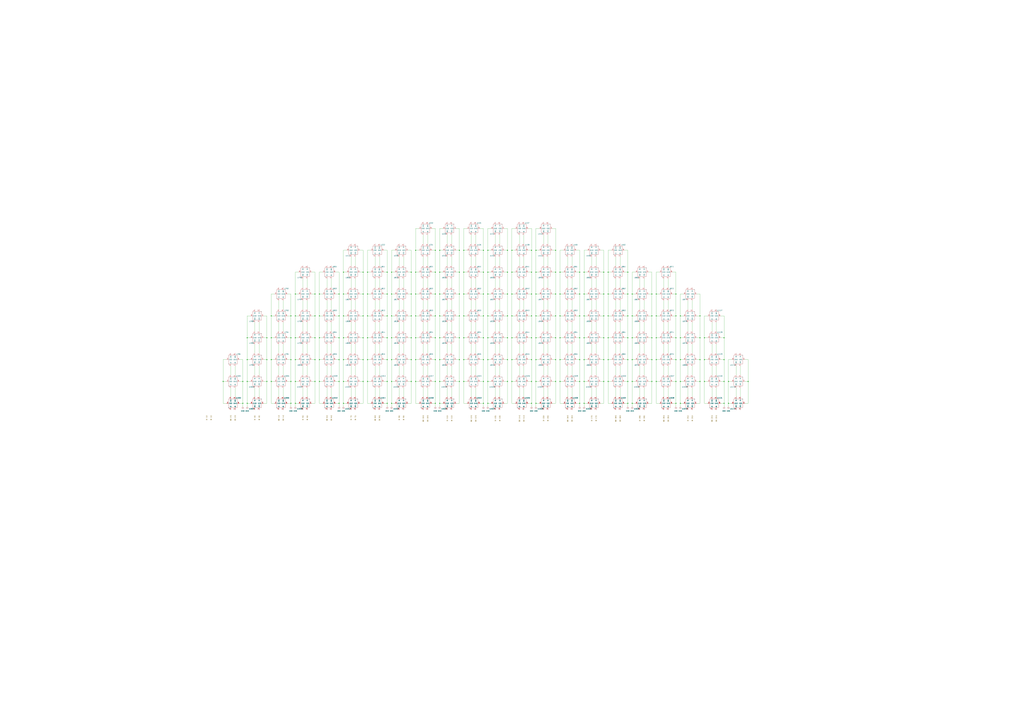
<source format=kicad_sch>
(kicad_sch (version 20231120) (generator "eeschema") (generator_version "8.0")
  (paper "A0")
  (junction (at 533.4 392.43))
  (junction (at 728.98 316.23))
  (junction (at 673.1 392.43))
  (junction (at 287.02 417.83))
  (junction (at 398.78 417.83))
  (junction (at 762 417.83))
  (junction (at 533.4 417.83))
  (junction (at 259.08 443.23))
  (junction (at 817.88 392.43))
  (junction (at 622.3 417.83))
  (junction (at 845.82 468.63))
  (junction (at 533.4 341.63))
  (junction (at 784.86 443.23))
  (junction (at 701.04 392.43))
  (junction (at 622.3 392.43))
  (junction (at 561.34 468.63))
  (junction (at 840.74 468.63))
  (junction (at 365.76 367.03))
  (junction (at 762 341.63))
  (junction (at 449.58 316.23))
  (junction (at 706.12 341.63))
  (junction (at 617.22 392.43))
  (junction (at 734.06 367.03))
  (junction (at 482.6 341.63))
  (junction (at 538.48 316.23))
  (junction (at 505.46 417.83))
  (junction (at 756.92 417.83))
  (junction (at 477.52 341.63))
  (junction (at 673.1 468.63))
  (junction (at 421.64 417.83))
  (junction (at 566.42 443.23))
  (junction (at 817.88 443.23))
  (junction (at 426.72 443.23))
  (junction (at 762 392.43))
  (junction (at 594.36 367.03))
  (junction (at 762 367.03))
  (junction (at 482.6 443.23))
  (junction (at 365.76 392.43))
  (junction (at 393.7 392.43))
  (junction (at 840.74 443.23))
  (junction (at 538.48 341.63))
  (junction (at 728.98 468.63))
  (junction (at 650.24 341.63))
  (junction (at 449.58 443.23))
  (junction (at 337.82 367.03))
  (junction (at 789.94 392.43))
  (junction (at 784.86 468.63))
  (junction (at 817.88 417.83))
  (junction (at 482.6 290.83))
  (junction (at 287.02 443.23))
  (junction (at 421.64 341.63))
  (junction (at 370.84 341.63))
  (junction (at 561.34 290.83))
  (junction (at 393.7 468.63))
  (junction (at 533.4 290.83))
  (junction (at 566.42 341.63))
  (junction (at 756.92 341.63))
  (junction (at 594.36 392.43))
  (junction (at 482.6 367.03))
  (junction (at 449.58 417.83))
  (junction (at 756.92 443.23))
  (junction (at 561.34 392.43))
  (junction (at 622.3 316.23))
  (junction (at 505.46 341.63))
  (junction (at 701.04 341.63))
  (junction (at 533.4 367.03))
  (junction (at 734.06 341.63))
  (junction (at 398.78 341.63))
  (junction (at 706.12 316.23))
  (junction (at 645.16 341.63))
  (junction (at 566.42 417.83))
  (junction (at 650.24 417.83))
  (junction (at 701.04 417.83))
  (junction (at 449.58 367.03))
  (junction (at 645.16 443.23))
  (junction (at 505.46 367.03))
  (junction (at 561.34 417.83))
  (junction (at 538.48 290.83))
  (junction (at 706.12 367.03))
  (junction (at 784.86 392.43))
  (junction (at 673.1 443.23))
  (junction (at 510.54 367.03))
  (junction (at 594.36 341.63))
  (junction (at 622.3 341.63))
  (junction (at 622.3 443.23))
  (junction (at 784.86 341.63))
  (junction (at 477.52 417.83))
  (junction (at 617.22 316.23))
  (junction (at 342.9 367.03))
  (junction (at 701.04 367.03))
  (junction (at 342.9 341.63))
  (junction (at 454.66 468.63))
  (junction (at 728.98 367.03))
  (junction (at 845.82 443.23))
  (junction (at 789.94 367.03))
  (junction (at 505.46 468.63))
  (junction (at 449.58 468.63))
  (junction (at 566.42 316.23))
  (junction (at 482.6 316.23))
  (junction (at 678.18 417.83))
  (junction (at 566.42 290.83))
  (junction (at 645.16 392.43))
  (junction (at 812.8 443.23))
  (junction (at 650.24 316.23))
  (junction (at 337.82 392.43))
  (junction (at 756.92 367.03))
  (junction (at 561.34 341.63))
  (junction (at 734.06 468.63))
  (junction (at 678.18 392.43))
  (junction (at 365.76 443.23))
  (junction (at 370.84 443.23))
  (junction (at 538.48 392.43))
  (junction (at 645.16 367.03))
  (junction (at 728.98 443.23))
  (junction (at 734.06 392.43))
  (junction (at 398.78 316.23))
  (junction (at 421.64 316.23))
  (junction (at 645.16 290.83))
  (junction (at 342.9 392.43))
  (junction (at 734.06 443.23))
  (junction (at 617.22 417.83))
  (junction (at 454.66 392.43))
  (junction (at 673.1 367.03))
  (junction (at 510.54 468.63))
  (junction (at 398.78 443.23))
  (junction (at 482.6 392.43))
  (junction (at 701.04 443.23))
  (junction (at 454.66 341.63))
  (junction (at 314.96 443.23))
  (junction (at 728.98 392.43))
  (junction (at 756.92 392.43))
  (junction (at 510.54 392.43))
  (junction (at 477.52 316.23))
  (junction (at 589.28 290.83))
  (junction (at 784.86 417.83))
  (junction (at 421.64 367.03))
  (junction (at 426.72 341.63))
  (junction (at 477.52 392.43))
  (junction (at 589.28 417.83))
  (junction (at 594.36 290.83))
  (junction (at 538.48 417.83))
  (junction (at 342.9 417.83))
  (junction (at 622.3 468.63))
  (junction (at 477.52 443.23))
  (junction (at 426.72 392.43))
  (junction (at 337.82 443.23))
  (junction (at 477.52 367.03))
  (junction (at 706.12 443.23))
  (junction (at 622.3 290.83))
  (junction (at 589.28 367.03))
  (junction (at 309.88 392.43))
  (junction (at 589.28 443.23))
  (junction (at 510.54 417.83))
  (junction (at 617.22 468.63))
  (junction (at 701.04 316.23))
  (junction (at 510.54 316.23))
  (junction (at 589.28 341.63))
  (junction (at 398.78 468.63))
  (junction (at 281.94 443.23))
  (junction (at 561.34 443.23))
  (junction (at 812.8 417.83))
  (junction (at 617.22 290.83))
  (junction (at 650.24 367.03))
  (junction (at 673.1 341.63))
  (junction (at 673.1 417.83))
  (junction (at 365.76 417.83))
  (junction (at 594.36 443.23))
  (junction (at 589.28 316.23))
  (junction (at 784.86 367.03))
  (junction (at 510.54 341.63))
  (junction (at 505.46 290.83))
  (junction (at 650.24 392.43))
  (junction (at 678.18 443.23))
  (junction (at 594.36 417.83))
  (junction (at 706.12 392.43))
  (junction (at 454.66 367.03))
  (junction (at 762 443.23))
  (junction (at 678.18 341.63))
  (junction (at 840.74 417.83))
  (junction (at 561.34 367.03))
  (junction (at 645.16 417.83))
  (junction (at 314.96 367.03))
  (junction (at 449.58 341.63))
  (junction (at 728.98 341.63))
  (junction (at 812.8 392.43))
  (junction (at 309.88 443.23))
  (junction (at 510.54 290.83))
  (junction (at 287.02 468.63))
  (junction (at 706.12 417.83))
  (junction (at 393.7 443.23))
  (junction (at 337.82 417.83))
  (junction (at 505.46 316.23))
  (junction (at 309.88 417.83))
  (junction (at 566.42 392.43))
  (junction (at 370.84 417.83))
  (junction (at 393.7 367.03))
  (junction (at 281.94 468.63))
  (junction (at 589.28 392.43))
  (junction (at 505.46 392.43))
  (junction (at 454.66 316.23))
  (junction (at 812.8 367.03))
  (junction (at 622.3 367.03))
  (junction (at 370.84 367.03))
  (junction (at 678.18 316.23))
  (junction (at 370.84 392.43))
  (junction (at 426.72 417.83))
  (junction (at 421.64 392.43))
  (junction (at 538.48 367.03))
  (junction (at 314.96 417.83))
  (junction (at 337.82 468.63))
  (junction (at 566.42 367.03))
  (junction (at 314.96 392.43))
  (junction (at 533.4 316.23))
  (junction (at 398.78 367.03))
  (junction (at 365.76 341.63))
  (junction (at 617.22 367.03))
  (junction (at 287.02 392.43))
  (junction (at 505.46 443.23))
  (junction (at 510.54 443.23))
  (junction (at 482.6 417.83))
  (junction (at 426.72 316.23))
  (junction (at 426.72 367.03))
  (junction (at 678.18 367.03))
  (junction (at 728.98 417.83))
  (junction (at 566.42 468.63))
  (junction (at 533.4 443.23))
  (junction (at 398.78 392.43))
  (junction (at 342.9 468.63))
  (junction (at 645.16 316.23))
  (junction (at 840.74 392.43))
  (junction (at 673.1 316.23))
  (junction (at 789.94 443.23))
  (junction (at 421.64 443.23))
  (junction (at 454.66 417.83))
  (junction (at 789.94 468.63))
  (junction (at 561.34 316.23))
  (junction (at 538.48 443.23))
  (junction (at 393.7 341.63))
  (junction (at 789.94 417.83))
  (junction (at 678.18 468.63))
  (junction (at 734.06 417.83))
  (junction (at 454.66 443.23))
  (junction (at 617.22 341.63))
  (junction (at 868.68 443.23))
  (junction (at 393.7 417.83))
  (junction (at 449.58 392.43))
  (junction (at 650.24 443.23))
  (junction (at 594.36 316.23))
  (junction (at 342.9 443.23))
  (junction (at 617.22 443.23))
  (wire (pts (xy 309.88 443.23) (xy 306.07 443.23)))
  (wire (pts (xy 626.11 341.63) (xy 622.3 341.63)))
  (wire (pts (xy 463.55 384.81) (xy 463.55 374.65)))
  (wire (pts (xy 734.06 316.23) (xy 734.06 341.63)))
  (wire (pts (xy 356.87 461.01) (xy 356.87 450.85)))
  (wire (pts (xy 482.6 341.63) (xy 482.6 367.03)))
  (wire (pts (xy 473.71 290.83) (xy 477.52 290.83)))
  (wire (pts (xy 547.37 273.05) (xy 547.37 283.21)))
  (wire (pts (xy 701.04 316.23) (xy 701.04 290.83)))
  (wire (pts (xy 570.23 341.63) (xy 566.42 341.63)))
  (wire (pts (xy 449.58 341.63) (xy 449.58 316.23)))
  (wire (pts (xy 417.83 290.83) (xy 421.64 290.83)))
  (wire (pts (xy 770.89 374.65) (xy 770.89 384.81)))
  (wire (pts (xy 762 392.43) (xy 765.81 392.43)))
  (wire (pts (xy 784.86 417.83) (xy 784.86 443.23)))
  (wire (pts (xy 678.18 290.83) (xy 678.18 316.23)))
  (wire (pts (xy 789.94 417.83) (xy 789.94 443.23)))
  (wire (pts (xy 817.88 417.83) (xy 817.88 443.23)))
  (wire (pts (xy 756.92 341.63) (xy 753.11 341.63)))
  (wire (pts (xy 817.88 443.23) (xy 821.69 443.23)))
  (wire (pts (xy 356.87 384.81) (xy 356.87 374.65)))
  (wire (pts (xy 636.27 283.21) (xy 636.27 273.05)))
  (wire (pts (xy 440.69 298.45) (xy 440.69 308.61)))
  (wire (pts (xy 817.88 392.43) (xy 821.69 392.43)))
  (wire (pts (xy 737.87 443.23) (xy 734.06 443.23)))
  (wire (pts (xy 589.28 316.23) (xy 589.28 290.83)))
  (wire (pts (xy 706.12 392.43) (xy 709.93 392.43)))
  (wire (pts (xy 300.99 435.61) (xy 300.99 425.45)))
  (wire (pts (xy 454.66 468.63) (xy 458.47 468.63)))
  (wire (pts (xy 463.55 410.21) (xy 463.55 400.05)))
  (wire (pts (xy 687.07 308.61) (xy 687.07 298.45)))
  (wire (pts (xy 737.87 392.43) (xy 734.06 392.43)))
  (wire (pts (xy 570.23 443.23) (xy 566.42 443.23)))
  (wire (pts (xy 798.83 461.01) (xy 798.83 450.85)))
  (wire (pts (xy 692.15 359.41) (xy 692.15 349.25)))
  (wire (pts (xy 692.15 308.61) (xy 692.15 298.45)))
  (wire (pts (xy 617.22 443.23) (xy 617.22 468.63)))
  (wire (pts (xy 501.65 341.63) (xy 505.46 341.63)))
  (wire (pts (xy 337.82 392.43) (xy 337.82 417.83)))
  (wire (pts (xy 514.35 443.23) (xy 510.54 443.23)))
  (wire (pts (xy 402.59 341.63) (xy 398.78 341.63)))
  (wire (pts (xy 468.63 435.61) (xy 468.63 425.45)))
  (wire (pts (xy 379.73 323.85) (xy 379.73 334.01)))
  (wire (pts (xy 398.78 392.43) (xy 398.78 417.83)))
  (wire (pts (xy 477.52 392.43) (xy 477.52 367.03)))
  (wire (pts (xy 673.1 392.43) (xy 673.1 417.83)))
  (wire (pts (xy 603.25 400.05) (xy 603.25 410.21)))
  (wire (pts (xy 309.88 392.43) (xy 309.88 367.03)))
  (wire (pts (xy 533.4 443.23) (xy 529.59 443.23)))
  (wire (pts (xy 486.41 468.63) (xy 482.6 468.63)))
  (wire (pts (xy 501.65 367.03) (xy 505.46 367.03)))
  (wire (pts (xy 393.7 443.23) (xy 393.7 468.63)))
  (wire (pts (xy 697.23 468.63) (xy 701.04 468.63)))
  (wire (pts (xy 728.98 417.83) (xy 728.98 443.23)))
  (wire (pts (xy 734.06 468.63) (xy 734.06 472.44)))
  (wire (pts (xy 426.72 392.43) (xy 430.53 392.43)))
  (wire (pts (xy 435.61 374.65) (xy 435.61 384.81)))
  (wire (pts (xy 681.99 392.43) (xy 678.18 392.43)))
  (wire (pts (xy 496.57 425.45) (xy 496.57 435.61)))
  (wire (pts (xy 622.3 443.23) (xy 622.3 468.63)))
  (wire (pts (xy 505.46 392.43) (xy 505.46 367.03)))
  (wire (pts (xy 259.08 443.23) (xy 262.89 443.23)))
  (wire (pts (xy 715.01 298.45) (xy 715.01 308.61)))
  (wire (pts (xy 645.16 290.83) (xy 645.16 265.43)))
  (wire (pts (xy 775.97 349.25) (xy 775.97 359.41)))
  (wire (pts (xy 594.36 443.23) (xy 594.36 468.63)))
  (wire (pts (xy 524.51 308.61) (xy 524.51 298.45)))
  (wire (pts (xy 519.43 384.81) (xy 519.43 374.65)))
  (wire (pts (xy 673.1 392.43) (xy 673.1 367.03)))
  (wire (pts (xy 645.16 367.03) (xy 641.35 367.03)))
  (wire (pts (xy 613.41 367.03) (xy 617.22 367.03)))
  (wire (pts (xy 561.34 265.43) (xy 561.34 290.83)))
  (wire (pts (xy 389.89 392.43) (xy 393.7 392.43)))
  (wire (pts (xy 781.05 392.43) (xy 784.86 392.43)))
  (wire (pts (xy 725.17 468.63) (xy 728.98 468.63)))
  (wire (pts (xy 482.6 265.43) (xy 486.41 265.43)))
  (wire (pts (xy 669.29 367.03) (xy 673.1 367.03)))
  (wire (pts (xy 840.74 443.23) (xy 840.74 468.63)))
  (wire (pts (xy 580.39 334.01) (xy 580.39 323.85)))
  (wire (pts (xy 770.89 450.85) (xy 770.89 461.01)))
  (wire (pts (xy 463.55 435.61) (xy 463.55 425.45)))
  (wire (pts (xy 278.13 417.83) (xy 281.94 417.83)))
  (wire (pts (xy 589.28 265.43) (xy 585.47 265.43)))
  (wire (pts (xy 864.87 468.63) (xy 868.68 468.63)))
  (wire (pts (xy 449.58 367.03) (xy 449.58 341.63)))
  (wire (pts (xy 631.19 461.01) (xy 631.19 450.85)))
  (wire (pts (xy 789.94 392.43) (xy 789.94 417.83)))
  (wire (pts (xy 510.54 290.83) (xy 514.35 290.83)))
  (wire (pts (xy 678.18 468.63) (xy 678.18 472.44)))
  (wire (pts (xy 570.23 392.43) (xy 566.42 392.43)))
  (wire (pts (xy 650.24 341.63) (xy 654.05 341.63)))
  (wire (pts (xy 608.33 349.25) (xy 608.33 359.41)))
  (wire (pts (xy 351.79 384.81) (xy 351.79 374.65)))
  (wire (pts (xy 445.77 417.83) (xy 449.58 417.83)))
  (wire (pts (xy 701.04 443.23) (xy 697.23 443.23)))
  (wire (pts (xy 295.91 410.21) (xy 295.91 400.05)))
  (wire (pts (xy 608.33 425.45) (xy 608.33 435.61)))
  (wire (pts (xy 566.42 341.63) (xy 566.42 367.03)))
  (wire (pts (xy 636.27 359.41) (xy 636.27 349.25)))
  (wire (pts (xy 309.88 443.23) (xy 309.88 417.83)))
  (wire (pts (xy 398.78 316.23) (xy 398.78 341.63)))
  (wire (pts (xy 426.72 443.23) (xy 426.72 468.63)))
  (wire (pts (xy 742.95 334.01) (xy 742.95 323.85)))
  (wire (pts (xy 421.64 316.23) (xy 421.64 290.83)))
  (wire (pts (xy 580.39 283.21) (xy 580.39 273.05)))
  (wire (pts (xy 831.85 374.65) (xy 831.85 384.81)))
  (wire (pts (xy 765.81 468.63) (xy 762 468.63)))
  (wire (pts (xy 505.46 367.03) (xy 505.46 341.63)))
  (wire (pts (xy 412.75 435.61) (xy 412.75 425.45)))
  (wire (pts (xy 784.86 392.43) (xy 784.86 417.83)))
  (wire (pts (xy 589.28 367.03) (xy 589.28 341.63)))
  (wire (pts (xy 505.46 341.63) (xy 505.46 316.23)))
  (wire (pts (xy 659.13 400.05) (xy 659.13 410.21)))
  (wire (pts (xy 365.76 367.03) (xy 365.76 341.63)))
  (wire (pts (xy 622.3 468.63) (xy 626.11 468.63)))
  (wire (pts (xy 287.02 417.83) (xy 287.02 443.23)))
  (wire (pts (xy 681.99 316.23) (xy 678.18 316.23)))
  (wire (pts (xy 836.93 443.23) (xy 840.74 443.23)))
  (wire (pts (xy 859.79 435.61) (xy 859.79 425.45)))
  (wire (pts (xy 770.89 425.45) (xy 770.89 435.61)))
  (wire (pts (xy 538.48 417.83) (xy 538.48 443.23)))
  (wire (pts (xy 337.82 468.63) (xy 337.82 472.44)))
  (wire (pts (xy 477.52 341.63) (xy 477.52 316.23)))
  (wire (pts (xy 849.63 443.23) (xy 845.82 443.23)))
  (wire (pts (xy 812.8 443.23) (xy 808.99 443.23)))
  (wire (pts (xy 762 367.03) (xy 762 392.43)))
  (wire (pts (xy 734.06 367.03) (xy 734.06 392.43)))
  (wire (pts (xy 589.28 443.23) (xy 589.28 417.83)))
  (wire (pts (xy 519.43 461.01) (xy 519.43 450.85)))
  (wire (pts (xy 318.77 468.63) (xy 314.96 468.63)))
  (wire (pts (xy 701.04 341.63) (xy 697.23 341.63)))
  (wire (pts (xy 669.29 417.83) (xy 673.1 417.83)))
  (wire (pts (xy 468.63 461.01) (xy 468.63 450.85)))
  (wire (pts (xy 337.82 443.23) (xy 337.82 468.63)))
  (wire (pts (xy 435.61 400.05) (xy 435.61 410.21)))
  (wire (pts (xy 552.45 298.45) (xy 552.45 308.61)))
  (wire (pts (xy 538.48 316.23) (xy 538.48 341.63)))
  (wire (pts (xy 715.01 400.05) (xy 715.01 410.21)))
  (wire (pts (xy 538.48 392.43) (xy 538.48 417.83)))
  (wire (pts (xy 421.64 392.43) (xy 417.83 392.43)))
  (wire (pts (xy 426.72 367.03) (xy 430.53 367.03)))
  (wire (pts (xy 328.93 374.65) (xy 328.93 384.81)))
  (wire (pts (xy 836.93 468.63) (xy 840.74 468.63)))
  (wire (pts (xy 361.95 468.63) (xy 365.76 468.63)))
  (wire (pts (xy 812.8 392.43) (xy 808.99 392.43)))
  (wire (pts (xy 482.6 367.03) (xy 486.41 367.03)))
  (wire (pts (xy 622.3 290.83) (xy 626.11 290.83)))
  (wire (pts (xy 812.8 367.03) (xy 812.8 341.63)))
  (wire (pts (xy 421.64 417.83) (xy 421.64 392.43)))
  (wire (pts (xy 626.11 265.43) (xy 622.3 265.43)))
  (wire (pts (xy 519.43 334.01) (xy 519.43 323.85)))
  (wire (pts (xy 445.77 468.63) (xy 449.58 468.63)))
  (wire (pts (xy 287.02 417.83) (xy 290.83 417.83)))
  (wire (pts (xy 468.63 384.81) (xy 468.63 374.65)))
  (wire (pts (xy 514.35 392.43) (xy 510.54 392.43)))
  (wire (pts (xy 510.54 316.23) (xy 510.54 341.63)))
  (wire (pts (xy 477.52 367.03) (xy 477.52 341.63)))
  (wire (pts (xy 756.92 316.23) (xy 753.11 316.23)))
  (wire (pts (xy 613.41 341.63) (xy 617.22 341.63)))
  (wire (pts (xy 449.58 443.23) (xy 449.58 468.63)))
  (wire (pts (xy 715.01 323.85) (xy 715.01 334.01)))
  (wire (pts (xy 421.64 443.23) (xy 417.83 443.23)))
  (wire (pts (xy 267.97 450.85) (xy 267.97 461.01)))
  (wire (pts (xy 603.25 374.65) (xy 603.25 384.81)))
  (wire (pts (xy 808.99 417.83) (xy 812.8 417.83)))
  (wire (pts (xy 365.76 443.23) (xy 361.95 443.23)))
  (wire (pts (xy 351.79 461.01) (xy 351.79 450.85)))
  (wire (pts (xy 645.16 341.63) (xy 641.35 341.63)))
  (wire (pts (xy 365.76 417.83) (xy 365.76 392.43)))
  (wire (pts (xy 715.01 450.85) (xy 715.01 461.01)))
  (wire (pts (xy 538.48 265.43) (xy 538.48 290.83)))
  (wire (pts (xy 622.3 417.83) (xy 626.11 417.83)))
  (wire (pts (xy 645.16 392.43) (xy 645.16 367.03)))
  (wire (pts (xy 645.16 316.23) (xy 645.16 290.83)))
  (wire (pts (xy 765.81 417.83) (xy 762 417.83)))
  (wire (pts (xy 734.06 341.63) (xy 734.06 367.03)))
  (wire (pts (xy 557.53 367.03) (xy 561.34 367.03)))
  (wire (pts (xy 384.81 400.05) (xy 384.81 410.21)))
  (wire (pts (xy 715.01 374.65) (xy 715.01 384.81)))
  (wire (pts (xy 538.48 341.63) (xy 542.29 341.63)))
  (wire (pts (xy 589.28 290.83) (xy 589.28 265.43)))
  (wire (pts (xy 636.27 384.81) (xy 636.27 374.65)))
  (wire (pts (xy 812.8 468.63) (xy 812.8 443.23)))
  (wire (pts (xy 756.92 468.63) (xy 756.92 443.23)))
  (wire (pts (xy 793.75 367.03) (xy 789.94 367.03)))
  (wire (pts (xy 701.04 367.03) (xy 701.04 341.63)))
  (wire (pts (xy 817.88 392.43) (xy 817.88 417.83)))
  (wire (pts (xy 426.72 316.23) (xy 430.53 316.23)))
  (wire (pts (xy 491.49 425.45) (xy 491.49 435.61)))
  (wire (pts (xy 701.04 392.43) (xy 701.04 367.03)))
  (wire (pts (xy 398.78 290.83) (xy 402.59 290.83)))
  (wire (pts (xy 734.06 468.63) (xy 737.87 468.63)))
  (wire (pts (xy 334.01 392.43) (xy 337.82 392.43)))
  (wire (pts (xy 538.48 265.43) (xy 542.29 265.43)))
  (wire (pts (xy 491.49 273.05) (xy 491.49 283.21)))
  (wire (pts (xy 430.53 417.83) (xy 426.72 417.83)))
  (wire (pts (xy 379.73 349.25) (xy 379.73 359.41)))
  (wire (pts (xy 864.87 417.83) (xy 868.68 417.83)))
  (wire (pts (xy 524.51 435.61) (xy 524.51 425.45)))
  (wire (pts (xy 547.37 374.65) (xy 547.37 384.81)))
  (wire (pts (xy 273.05 425.45) (xy 273.05 435.61)))
  (wire (pts (xy 542.29 290.83) (xy 538.48 290.83)))
  (wire (pts (xy 510.54 417.83) (xy 514.35 417.83)))
  (wire (pts (xy 594.36 265.43) (xy 598.17 265.43)))
  (wire (pts (xy 365.76 316.23) (xy 361.95 316.23)))
  (wire (pts (xy 505.46 468.63) (xy 505.46 472.44)))
  (wire (pts (xy 650.24 367.03) (xy 650.24 392.43)))
  (wire (pts (xy 613.41 316.23) (xy 617.22 316.23)))
  (wire (pts (xy 561.34 443.23) (xy 561.34 468.63)))
  (wire (pts (xy 798.83 384.81) (xy 798.83 374.65)))
  (wire (pts (xy 421.64 392.43) (xy 421.64 367.03)))
  (wire (pts (xy 622.3 468.63) (xy 622.3 472.44)))
  (wire (pts (xy 803.91 435.61) (xy 803.91 425.45)))
  (wire (pts (xy 486.41 290.83) (xy 482.6 290.83)))
  (wire (pts (xy 314.96 341.63) (xy 318.77 341.63)))
  (wire (pts (xy 742.95 435.61) (xy 742.95 425.45)))
  (wire (pts (xy 636.27 435.61) (xy 636.27 425.45)))
  (wire (pts (xy 664.21 374.65) (xy 664.21 384.81)))
  (wire (pts (xy 370.84 316.23) (xy 370.84 341.63)))
  (wire (pts (xy 346.71 367.03) (xy 342.9 367.03)))
  (wire (pts (xy 701.04 341.63) (xy 701.04 316.23)))
  (wire (pts (xy 566.42 468.63) (xy 566.42 472.44)))
  (wire (pts (xy 306.07 468.63) (xy 309.88 468.63)))
  (wire (pts (xy 384.81 374.65) (xy 384.81 384.81)))
  (wire (pts (xy 678.18 341.63) (xy 678.18 367.03)))
  (wire (pts (xy 463.55 359.41) (xy 463.55 349.25)))
  (wire (pts (xy 650.24 316.23) (xy 650.24 341.63)))
  (wire (pts (xy 836.93 417.83) (xy 840.74 417.83)))
  (wire (pts (xy 557.53 443.23) (xy 561.34 443.23)))
  (wire (pts (xy 701.04 316.23) (xy 697.23 316.23)))
  (wire (pts (xy 287.02 443.23) (xy 287.02 468.63)))
  (wire (pts (xy 328.93 349.25) (xy 328.93 359.41)))
  (wire (pts (xy 673.1 443.23) (xy 673.1 468.63)))
  (wire (pts (xy 533.4 316.23) (xy 529.59 316.23)))
  (wire (pts (xy 287.02 367.03) (xy 287.02 392.43)))
  (wire (pts (xy 440.69 323.85) (xy 440.69 334.01)))
  (wire (pts (xy 669.29 341.63) (xy 673.1 341.63)))
  (wire (pts (xy 728.98 367.03) (xy 728.98 341.63)))
  (wire (pts (xy 678.18 417.83) (xy 681.99 417.83)))
  (wire (pts (xy 435.61 349.25) (xy 435.61 359.41)))
  (wire (pts (xy 314.96 341.63) (xy 314.96 367.03)))
  (wire (pts (xy 351.79 410.21) (xy 351.79 400.05)))
  (wire (pts (xy 557.53 316.23) (xy 561.34 316.23)))
  (wire (pts (xy 482.6 417.83) (xy 482.6 443.23)))
  (wire (pts (xy 728.98 468.63) (xy 728.98 472.44)))
  (wire (pts (xy 374.65 468.63) (xy 370.84 468.63)))
  (wire (pts (xy 491.49 374.65) (xy 491.49 384.81)))
  (wire (pts (xy 598.17 468.63) (xy 594.36 468.63)))
  (wire (pts (xy 412.75 461.01) (xy 412.75 450.85)))
  (wire (pts (xy 650.24 316.23) (xy 654.05 316.23)))
  (wire (pts (xy 645.16 468.63) (xy 645.16 443.23)))
  (wire (pts (xy 575.31 435.61) (xy 575.31 425.45)))
  (wire (pts (xy 742.95 461.01) (xy 742.95 450.85)))
  (wire (pts (xy 631.19 410.21) (xy 631.19 400.05)))
  (wire (pts (xy 398.78 290.83) (xy 398.78 316.23)))
  (wire (pts (xy 756.92 341.63) (xy 756.92 316.23)))
  (wire (pts (xy 636.27 308.61) (xy 636.27 298.45)))
  (wire (pts (xy 477.52 316.23) (xy 473.71 316.23)))
  (wire (pts (xy 812.8 341.63) (xy 808.99 341.63)))
  (wire (pts (xy 514.35 341.63) (xy 510.54 341.63)))
  (wire (pts (xy 454.66 468.63) (xy 454.66 472.44)))
  (wire (pts (xy 650.24 290.83) (xy 650.24 316.23)))
  (wire (pts (xy 337.82 392.43) (xy 337.82 367.03)))
  (wire (pts (xy 775.97 450.85) (xy 775.97 461.01)))
  (wire (pts (xy 789.94 468.63) (xy 789.94 472.44)))
  (wire (pts (xy 798.83 435.61) (xy 798.83 425.45)))
  (wire (pts (xy 775.97 374.65) (xy 775.97 384.81)))
  (wire (pts (xy 510.54 290.83) (xy 510.54 316.23)))
  (wire (pts (xy 812.8 367.03) (xy 808.99 367.03)))
  (wire (pts (xy 273.05 450.85) (xy 273.05 461.01)))
  (wire (pts (xy 398.78 443.23) (xy 398.78 468.63)))
  (wire (pts (xy 533.4 341.63) (xy 533.4 316.23)))
  (wire (pts (xy 306.07 417.83) (xy 309.88 417.83)))
  (wire (pts (xy 789.94 367.03) (xy 789.94 392.43)))
  (wire (pts (xy 603.25 323.85) (xy 603.25 334.01)))
  (wire (pts (xy 514.35 316.23) (xy 510.54 316.23)))
  (wire (pts (xy 575.31 461.01) (xy 575.31 450.85)))
  (wire (pts (xy 678.18 367.03) (xy 678.18 392.43)))
  (wire (pts (xy 482.6 443.23) (xy 482.6 468.63)))
  (wire (pts (xy 659.13 374.65) (xy 659.13 384.81)))
  (wire (pts (xy 681.99 341.63) (xy 678.18 341.63)))
  (wire (pts (xy 570.23 316.23) (xy 566.42 316.23)))
  (wire (pts (xy 826.77 425.45) (xy 826.77 435.61)))
  (wire (pts (xy 669.29 443.23) (xy 673.1 443.23)))
  (wire (pts (xy 529.59 468.63) (xy 533.4 468.63)))
  (wire (pts (xy 557.53 290.83) (xy 561.34 290.83)))
  (wire (pts (xy 407.67 435.61) (xy 407.67 425.45)))
  (wire (pts (xy 826.77 450.85) (xy 826.77 461.01)))
  (wire (pts (xy 309.88 417.83) (xy 309.88 392.43)))
  (wire (pts (xy 519.43 435.61) (xy 519.43 425.45)))
  (wire (pts (xy 454.66 341.63) (xy 454.66 367.03)))
  (wire (pts (xy 664.21 349.25) (xy 664.21 359.41)))
  (wire (pts (xy 482.6 367.03) (xy 482.6 392.43)))
  (wire (pts (xy 756.92 367.03) (xy 756.92 341.63)))
  (wire (pts (xy 753.11 468.63) (xy 756.92 468.63)))
  (wire (pts (xy 557.53 265.43) (xy 561.34 265.43)))
  (wire (pts (xy 496.57 400.05) (xy 496.57 410.21)))
  (wire (pts (xy 533.4 290.83) (xy 533.4 265.43)))
  (wire (pts (xy 505.46 417.83) (xy 505.46 443.23)))
  (wire (pts (xy 692.15 410.21) (xy 692.15 400.05)))
  (wire (pts (xy 454.66 417.83) (xy 454.66 443.23)))
  (wire (pts (xy 393.7 392.43) (xy 393.7 367.03)))
  (wire (pts (xy 370.84 443.23) (xy 374.65 443.23)))
  (wire (pts (xy 781.05 341.63) (xy 784.86 341.63)))
  (wire (pts (xy 664.21 450.85) (xy 664.21 461.01)))
  (wire (pts (xy 510.54 367.03) (xy 510.54 392.43)))
  (wire (pts (xy 603.25 425.45) (xy 603.25 435.61)))
  (wire (pts (xy 817.88 443.23) (xy 817.88 468.63)))
  (wire (pts (xy 533.4 392.43) (xy 529.59 392.43)))
  (wire (pts (xy 361.95 417.83) (xy 365.76 417.83)))
  (wire (pts (xy 566.42 468.63) (xy 570.23 468.63)))
  (wire (pts (xy 398.78 341.63) (xy 398.78 367.03)))
  (wire (pts (xy 454.66 417.83) (xy 458.47 417.83)))
  (wire (pts (xy 524.51 384.81) (xy 524.51 374.65)))
  (wire (pts (xy 770.89 349.25) (xy 770.89 359.41)))
  (wire (pts (xy 626.11 367.03) (xy 622.3 367.03)))
  (wire (pts (xy 692.15 461.01) (xy 692.15 450.85)))
  (wire (pts (xy 557.53 468.63) (xy 561.34 468.63)))
  (wire (pts (xy 430.53 468.63) (xy 426.72 468.63)))
  (wire (pts (xy 798.83 359.41) (xy 798.83 349.25)))
  (wire (pts (xy 402.59 392.43) (xy 398.78 392.43)))
  (wire (pts (xy 379.73 450.85) (xy 379.73 461.01)))
  (wire (pts (xy 742.95 410.21) (xy 742.95 400.05)))
  (wire (pts (xy 580.39 410.21) (xy 580.39 400.05)))
  (wire (pts (xy 697.23 290.83) (xy 701.04 290.83)))
  (wire (pts (xy 781.05 443.23) (xy 784.86 443.23)))
  (wire (pts (xy 720.09 349.25) (xy 720.09 359.41)))
  (wire (pts (xy 323.85 400.05) (xy 323.85 410.21)))
  (wire (pts (xy 631.19 435.61) (xy 631.19 425.45)))
  (wire (pts (xy 673.1 367.03) (xy 673.1 341.63)))
  (wire (pts (xy 468.63 308.61) (xy 468.63 298.45)))
  (wire (pts (xy 789.94 417.83) (xy 793.75 417.83)))
  (wire (pts (xy 831.85 425.45) (xy 831.85 435.61)))
  (wire (pts (xy 725.17 290.83) (xy 728.98 290.83)))
  (wire (pts (xy 449.58 468.63) (xy 449.58 472.44)))
  (wire (pts (xy 468.63 334.01) (xy 468.63 323.85)))
  (wire (pts (xy 482.6 341.63) (xy 486.41 341.63)))
  (wire (pts (xy 756.92 392.43) (xy 753.11 392.43)))
  (wire (pts (xy 384.81 450.85) (xy 384.81 461.01)))
  (wire (pts (xy 259.08 417.83) (xy 259.08 443.23)))
  (wire (pts (xy 762 417.83) (xy 762 443.23)))
  (wire (pts (xy 529.59 290.83) (xy 533.4 290.83)))
  (wire (pts (xy 617.22 468.63) (xy 617.22 472.44)))
  (wire (pts (xy 477.52 316.23) (xy 477.52 290.83)))
  (wire (pts (xy 775.97 425.45) (xy 775.97 435.61)))
  (wire (pts (xy 762 316.23) (xy 762 341.63)))
  (wire (pts (xy 659.13 323.85) (xy 659.13 334.01)))
  (wire (pts (xy 617.22 265.43) (xy 617.22 290.83)))
  (wire (pts (xy 468.63 359.41) (xy 468.63 349.25)))
  (wire (pts (xy 342.9 443.23) (xy 342.9 468.63)))
  (wire (pts (xy 314.96 443.23) (xy 318.77 443.23)))
  (wire (pts (xy 664.21 425.45) (xy 664.21 435.61)))
  (wire (pts (xy 389.89 341.63) (xy 393.7 341.63)))
  (wire (pts (xy 561.34 417.83) (xy 561.34 443.23)))
  (wire (pts (xy 379.73 374.65) (xy 379.73 384.81)))
  (wire (pts (xy 678.18 392.43) (xy 678.18 417.83)))
  (wire (pts (xy 748.03 435.61) (xy 748.03 425.45)))
  (wire (pts (xy 262.89 468.63) (xy 259.08 468.63)))
  (wire (pts (xy 626.11 316.23) (xy 622.3 316.23)))
  (wire (pts (xy 659.13 450.85) (xy 659.13 461.01)))
  (wire (pts (xy 477.52 443.23) (xy 473.71 443.23)))
  (wire (pts (xy 552.45 323.85) (xy 552.45 334.01)))
  (wire (pts (xy 334.01 417.83) (xy 337.82 417.83)))
  (wire (pts (xy 803.91 359.41) (xy 803.91 349.25)))
  (wire (pts (xy 393.7 367.03) (xy 393.7 341.63)))
  (wire (pts (xy 748.03 384.81) (xy 748.03 374.65)))
  (wire (pts (xy 570.23 367.03) (xy 566.42 367.03)))
  (wire (pts (xy 524.51 461.01) (xy 524.51 450.85)))
  (wire (pts (xy 631.19 359.41) (xy 631.19 349.25)))
  (wire (pts (xy 664.21 400.05) (xy 664.21 410.21)))
  (wire (pts (xy 278.13 443.23) (xy 281.94 443.23)))
  (wire (pts (xy 505.46 290.83) (xy 505.46 316.23)))
  (wire (pts (xy 482.6 265.43) (xy 482.6 290.83)))
  (wire (pts (xy 784.86 468.63) (xy 784.86 472.44)))
  (wire (pts (xy 389.89 367.03) (xy 393.7 367.03)))
  (wire (pts (xy 585.47 468.63) (xy 589.28 468.63)))
  (wire (pts (xy 398.78 367.03) (xy 398.78 392.43)))
  (wire (pts (xy 626.11 443.23) (xy 622.3 443.23)))
  (wire (pts (xy 309.88 468.63) (xy 309.88 443.23)))
  (wire (pts (xy 501.65 265.43) (xy 505.46 265.43)))
  (wire (pts (xy 631.19 384.81) (xy 631.19 374.65)))
  (wire (pts (xy 524.51 283.21) (xy 524.51 273.05)))
  (wire (pts (xy 673.1 290.83) (xy 673.1 316.23)))
  (wire (pts (xy 552.45 400.05) (xy 552.45 410.21)))
  (wire (pts (xy 445.77 341.63) (xy 449.58 341.63)))
  (wire (pts (xy 426.72 417.83) (xy 426.72 443.23)))
  (wire (pts (xy 458.47 392.43) (xy 454.66 392.43)))
  (wire (pts (xy 533.4 468.63) (xy 533.4 443.23)))
  (wire (pts (xy 636.27 410.21) (xy 636.27 400.05)))
  (wire (pts (xy 748.03 359.41) (xy 748.03 349.25)))
  (wire (pts (xy 346.71 316.23) (xy 342.9 316.23)))
  (wire (pts (xy 365.76 443.23) (xy 365.76 417.83)))
  (wire (pts (xy 617.22 290.83) (xy 617.22 316.23)))
  (wire (pts (xy 756.92 443.23) (xy 753.11 443.23)))
  (wire (pts (xy 575.31 308.61) (xy 575.31 298.45)))
  (wire (pts (xy 687.07 435.61) (xy 687.07 425.45)))
  (wire (pts (xy 538.48 443.23) (xy 542.29 443.23)))
  (wire (pts (xy 402.59 367.03) (xy 398.78 367.03)))
  (wire (pts (xy 342.9 417.83) (xy 342.9 443.23)))
  (wire (pts (xy 594.36 367.03) (xy 594.36 392.43)))
  (wire (pts (xy 580.39 308.61) (xy 580.39 298.45)))
  (wire (pts (xy 566.42 316.23) (xy 566.42 341.63)))
  (wire (pts (xy 664.21 323.85) (xy 664.21 334.01)))
  (wire (pts (xy 426.72 341.63) (xy 430.53 341.63)))
  (wire (pts (xy 501.65 316.23) (xy 505.46 316.23)))
  (wire (pts (xy 486.41 417.83) (xy 482.6 417.83)))
  (wire (pts (xy 617.22 367.03) (xy 617.22 341.63)))
  (wire (pts (xy 613.41 468.63) (xy 617.22 468.63)))
  (wire (pts (xy 594.36 367.03) (xy 598.17 367.03)))
  (wire (pts (xy 720.09 425.45) (xy 720.09 435.61)))
  (wire (pts (xy 734.06 417.83) (xy 737.87 417.83)))
  (wire (pts (xy 622.3 341.63) (xy 622.3 367.03)))
  (wire (pts (xy 613.41 392.43) (xy 617.22 392.43)))
  (wire (pts (xy 594.36 392.43) (xy 594.36 417.83)))
  (wire (pts (xy 533.4 341.63) (xy 529.59 341.63)))
  (wire (pts (xy 463.55 308.61) (xy 463.55 298.45)))
  (wire (pts (xy 784.86 392.43) (xy 784.86 367.03)))
  (wire (pts (xy 594.36 265.43) (xy 594.36 290.83)))
  (wire (pts (xy 734.06 443.23) (xy 734.06 468.63)))
  (wire (pts (xy 728.98 392.43) (xy 728.98 417.83)))
  (wire (pts (xy 781.05 316.23) (xy 784.86 316.23)))
  (wire (pts (xy 706.12 443.23) (xy 706.12 468.63)))
  (wire (pts (xy 412.75 359.41) (xy 412.75 349.25)))
  (wire (pts (xy 566.42 443.23) (xy 566.42 468.63)))
  (wire (pts (xy 641.35 468.63) (xy 645.16 468.63)))
  (wire (pts (xy 725.17 392.43) (xy 728.98 392.43)))
  (wire (pts (xy 594.36 417.83) (xy 594.36 443.23)))
  (wire (pts (xy 845.82 468.63) (xy 845.82 472.44)))
  (wire (pts (xy 650.24 367.03) (xy 654.05 367.03)))
  (wire (pts (xy 356.87 435.61) (xy 356.87 425.45)))
  (wire (pts (xy 589.28 341.63) (xy 585.47 341.63)))
  (wire (pts (xy 524.51 334.01) (xy 524.51 323.85)))
  (wire (pts (xy 742.95 359.41) (xy 742.95 349.25)))
  (wire (pts (xy 435.61 425.45) (xy 435.61 435.61)))
  (wire (pts (xy 417.83 417.83) (xy 421.64 417.83)))
  (wire (pts (xy 398.78 468.63) (xy 402.59 468.63)))
  (wire (pts (xy 454.66 392.43) (xy 454.66 417.83)))
  (wire (pts (xy 342.9 468.63) (xy 346.71 468.63)))
  (wire (pts (xy 356.87 359.41) (xy 356.87 349.25)))
  (wire (pts (xy 542.29 468.63) (xy 538.48 468.63)))
  (wire (pts (xy 300.99 461.01) (xy 300.99 450.85)))
  (wire (pts (xy 603.25 450.85) (xy 603.25 461.01)))
  (wire (pts (xy 496.57 298.45) (xy 496.57 308.61)))
  (wire (pts (xy 603.25 273.05) (xy 603.25 283.21)))
  (wire (pts (xy 501.65 290.83) (xy 505.46 290.83)))
  (wire (pts (xy 398.78 417.83) (xy 402.59 417.83)))
  (wire (pts (xy 477.52 417.83) (xy 477.52 392.43)))
  (wire (pts (xy 561.34 468.63) (xy 561.34 472.44)))
  (wire (pts (xy 706.12 417.83) (xy 706.12 443.23)))
  (wire (pts (xy 701.04 417.83) (xy 701.04 392.43)))
  (wire (pts (xy 748.03 334.01) (xy 748.03 323.85)))
  (wire (pts (xy 351.79 359.41) (xy 351.79 349.25)))
  (wire (pts (xy 458.47 316.23) (xy 454.66 316.23)))
  (wire (pts (xy 594.36 316.23) (xy 598.17 316.23)))
  (wire (pts (xy 491.49 323.85) (xy 491.49 334.01)))
  (wire (pts (xy 449.58 392.43) (xy 449.58 367.03)))
  (wire (pts (xy 449.58 290.83) (xy 449.58 316.23)))
  (wire (pts (xy 589.28 367.03) (xy 585.47 367.03)))
  (wire (pts (xy 589.28 468.63) (xy 589.28 443.23)))
  (wire (pts (xy 840.74 392.43) (xy 840.74 417.83)))
  (wire (pts (xy 575.31 334.01) (xy 575.31 323.85)))
  (wire (pts (xy 669.29 316.23) (xy 673.1 316.23)))
  (wire (pts (xy 692.15 384.81) (xy 692.15 374.65)))
  (wire (pts (xy 314.96 367.03) (xy 314.96 392.43)))
  (wire (pts (xy 468.63 410.21) (xy 468.63 400.05)))
  (wire (pts (xy 575.31 359.41) (xy 575.31 349.25)))
  (wire (pts (xy 706.12 392.43) (xy 706.12 417.83)))
  (wire (pts (xy 533.4 417.83) (xy 533.4 392.43)))
  (wire (pts (xy 756.92 392.43) (xy 756.92 367.03)))
  (wire (pts (xy 608.33 273.05) (xy 608.33 283.21)))
  (wire (pts (xy 407.67 384.81) (xy 407.67 374.65)))
  (wire (pts (xy 715.01 425.45) (xy 715.01 435.61)))
  (wire (pts (xy 706.12 316.23) (xy 706.12 341.63)))
  (wire (pts (xy 547.37 425.45) (xy 547.37 435.61)))
  (wire (pts (xy 519.43 410.21) (xy 519.43 400.05)))
  (wire (pts (xy 445.77 316.23) (xy 449.58 316.23)))
  (wire (pts (xy 445.77 290.83) (xy 449.58 290.83)))
  (wire (pts (xy 365.76 468.63) (xy 365.76 443.23)))
  (wire (pts (xy 440.69 400.05) (xy 440.69 410.21)))
  (wire (pts (xy 370.84 341.63) (xy 370.84 367.03)))
  (wire (pts (xy 734.06 417.83) (xy 734.06 443.23)))
  (wire (pts (xy 561.34 290.83) (xy 561.34 316.23)))
  (wire (pts (xy 323.85 349.25) (xy 323.85 359.41)))
  (wire (pts (xy 784.86 341.63) (xy 784.86 316.23)))
  (wire (pts (xy 622.3 316.23) (xy 622.3 341.63)))
  (wire (pts (xy 654.05 468.63) (xy 650.24 468.63)))
  (wire (pts (xy 496.57 323.85) (xy 496.57 334.01)))
  (wire (pts (xy 580.39 461.01) (xy 580.39 450.85)))
  (wire (pts (xy 762 443.23) (xy 765.81 443.23)))
  (wire (pts (xy 454.66 316.23) (xy 454.66 341.63)))
  (wire (pts (xy 566.42 290.83) (xy 566.42 316.23)))
  (wire (pts (xy 514.35 367.03) (xy 510.54 367.03)))
  (wire (pts (xy 342.9 392.43) (xy 342.9 417.83)))
  (wire (pts (xy 697.23 417.83) (xy 701.04 417.83)))
  (wire (pts (xy 430.53 290.83) (xy 426.72 290.83)))
  (wire (pts (xy 314.96 392.43) (xy 314.96 417.83)))
  (wire (pts (xy 505.46 392.43) (xy 505.46 417.83)))
  (wire (pts (xy 826.77 400.05) (xy 826.77 410.21)))
  (wire (pts (xy 328.93 425.45) (xy 328.93 435.61)))
  (wire (pts (xy 720.09 298.45) (xy 720.09 308.61)))
  (wire (pts (xy 421.64 468.63) (xy 421.64 443.23)))
  (wire (pts (xy 831.85 400.05) (xy 831.85 410.21)))
  (wire (pts (xy 314.96 367.03) (xy 318.77 367.03)))
  (wire (pts (xy 440.69 374.65) (xy 440.69 384.81)))
  (wire (pts (xy 393.7 468.63) (xy 393.7 472.44)))
  (wire (pts (xy 477.52 367.03) (xy 473.71 367.03)))
  (wire (pts (xy 533.4 367.03) (xy 533.4 341.63)))
  (wire (pts (xy 421.64 316.23) (xy 417.83 316.23)))
  (wire (pts (xy 533.4 316.23) (xy 533.4 290.83)))
  (wire (pts (xy 458.47 443.23) (xy 454.66 443.23)))
  (wire (pts (xy 812.8 443.23) (xy 812.8 417.83)))
  (wire (pts (xy 566.42 265.43) (xy 566.42 290.83)))
  (wire (pts (xy 421.64 367.03) (xy 417.83 367.03)))
  (wire (pts (xy 505.46 265.43) (xy 505.46 290.83)))
  (wire (pts (xy 533.4 367.03) (xy 529.59 367.03)))
  (wire (pts (xy 725.17 367.03) (xy 728.98 367.03)))
  (wire (pts (xy 793.75 341.63) (xy 789.94 341.63)))
  (wire (pts (xy 300.99 410.21) (xy 300.99 400.05)))
  (wire (pts (xy 575.31 283.21) (xy 575.31 273.05)))
  (wire (pts (xy 435.61 298.45) (xy 435.61 308.61)))
  (wire (pts (xy 300.99 384.81) (xy 300.99 374.65)))
  (wire (pts (xy 389.89 443.23) (xy 393.7 443.23)))
  (wire (pts (xy 370.84 443.23) (xy 370.84 468.63)))
  (wire (pts (xy 435.61 450.85) (xy 435.61 461.01)))
  (wire (pts (xy 510.54 468.63) (xy 514.35 468.63)))
  (wire (pts (xy 617.22 392.43) (xy 617.22 417.83)))
  (wire (pts (xy 384.81 425.45) (xy 384.81 435.61)))
  (wire (pts (xy 426.72 443.23) (xy 430.53 443.23)))
  (wire (pts (xy 407.67 359.41) (xy 407.67 349.25)))
  (wire (pts (xy 720.09 323.85) (xy 720.09 334.01)))
  (wire (pts (xy 426.72 367.03) (xy 426.72 392.43)))
  (wire (pts (xy 868.68 443.23) (xy 868.68 417.83)))
  (wire (pts (xy 533.4 392.43) (xy 533.4 367.03)))
  (wire (pts (xy 789.94 443.23) (xy 789.94 468.63)))
  (wire (pts (xy 314.96 443.23) (xy 314.96 468.63)))
  (wire (pts (xy 259.08 443.23) (xy 259.08 468.63)))
  (wire (pts (xy 290.83 392.43) (xy 287.02 392.43)))
  (wire (pts (xy 529.59 417.83) (xy 533.4 417.83)))
  (wire (pts (xy 323.85 374.65) (xy 323.85 384.81)))
  (wire (pts (xy 561.34 392.43) (xy 561.34 367.03)))
  (wire (pts (xy 617.22 392.43) (xy 617.22 367.03)))
  (wire (pts (xy 538.48 316.23) (xy 542.29 316.23)))
  (wire (pts (xy 510.54 341.63) (xy 510.54 367.03)))
  (wire (pts (xy 519.43 359.41) (xy 519.43 349.25)))
  (wire (pts (xy 463.55 334.01) (xy 463.55 323.85)))
  (wire (pts (xy 538.48 341.63) (xy 538.48 367.03)))
  (wire (pts (xy 533.4 443.23) (xy 533.4 417.83)))
  (wire (pts (xy 389.89 468.63) (xy 393.7 468.63)))
  (wire (pts (xy 650.24 443.23) (xy 654.05 443.23)))
  (wire (pts (xy 742.95 384.81) (xy 742.95 374.65)))
  (wire (pts (xy 346.71 443.23) (xy 342.9 443.23)))
  (wire (pts (xy 538.48 290.83) (xy 538.48 316.23)))
  (wire (pts (xy 775.97 400.05) (xy 775.97 410.21)))
  (wire (pts (xy 412.75 410.21) (xy 412.75 400.05)))
  (wire (pts (xy 538.48 367.03) (xy 542.29 367.03)))
  (wire (pts (xy 496.57 273.05) (xy 496.57 283.21)))
  (wire (pts (xy 496.57 349.25) (xy 496.57 359.41)))
  (wire (pts (xy 477.52 341.63) (xy 473.71 341.63)))
  (wire (pts (xy 678.18 316.23) (xy 678.18 341.63)))
  (wire (pts (xy 290.83 443.23) (xy 287.02 443.23)))
  (wire (pts (xy 295.91 384.81) (xy 295.91 374.65)))
  (wire (pts (xy 440.69 349.25) (xy 440.69 359.41)))
  (wire (pts (xy 706.12 341.63) (xy 709.93 341.63)))
  (wire (pts (xy 473.71 468.63) (xy 477.52 468.63)))
  (wire (pts (xy 570.23 265.43) (xy 566.42 265.43)))
  (wire (pts (xy 351.79 435.61) (xy 351.79 425.45)))
  (wire (pts (xy 613.41 443.23) (xy 617.22 443.23)))
  (wire (pts (xy 407.67 334.01) (xy 407.67 323.85)))
  (wire (pts (xy 309.88 392.43) (xy 306.07 392.43)))
  (wire (pts (xy 803.91 384.81) (xy 803.91 374.65)))
  (wire (pts (xy 836.93 392.43) (xy 840.74 392.43)))
  (wire (pts (xy 318.77 417.83) (xy 314.96 417.83)))
  (wire (pts (xy 687.07 359.41) (xy 687.07 349.25)))
  (wire (pts (xy 337.82 367.03) (xy 337.82 341.63)))
  (wire (pts (xy 314.96 392.43) (xy 318.77 392.43)))
  (wire (pts (xy 454.66 443.23) (xy 454.66 468.63)))
  (wire (pts (xy 552.45 349.25) (xy 552.45 359.41)))
  (wire (pts (xy 379.73 400.05) (xy 379.73 410.21)))
  (wire (pts (xy 709.93 290.83) (xy 706.12 290.83)))
  (wire (pts (xy 557.53 392.43) (xy 561.34 392.43)))
  (wire (pts (xy 510.54 468.63) (xy 510.54 472.44)))
  (wire (pts (xy 678.18 443.23) (xy 678.18 468.63)))
  (wire (pts (xy 706.12 316.23) (xy 709.93 316.23)))
  (wire (pts (xy 687.07 384.81) (xy 687.07 374.65)))
  (wire (pts (xy 725.17 417.83) (xy 728.98 417.83)))
  (wire (pts (xy 585.47 417.83) (xy 589.28 417.83)))
  (wire (pts (xy 309.88 367.03) (xy 306.07 367.03)))
  (wire (pts (xy 659.13 349.25) (xy 659.13 359.41)))
  (wire (pts (xy 356.87 410.21) (xy 356.87 400.05)))
  (wire (pts (xy 728.98 443.23) (xy 728.98 468.63)))
  (wire (pts (xy 323.85 425.45) (xy 323.85 435.61)))
  (wire (pts (xy 608.33 323.85) (xy 608.33 334.01)))
  (wire (pts (xy 552.45 273.05) (xy 552.45 283.21)))
  (wire (pts (xy 681.99 443.23) (xy 678.18 443.23)))
  (wire (pts (xy 393.7 392.43) (xy 393.7 417.83)))
  (wire (pts (xy 617.22 417.83) (xy 617.22 443.23)))
  (wire (pts (xy 701.04 392.43) (xy 697.23 392.43)))
  (wire (pts (xy 803.91 410.21) (xy 803.91 400.05)))
  (wire (pts (xy 715.01 349.25) (xy 715.01 359.41)))
  (wire (pts (xy 547.37 323.85) (xy 547.37 334.01)))
  (wire (pts (xy 463.55 461.01) (xy 463.55 450.85)))
  (wire (pts (xy 617.22 341.63) (xy 617.22 316.23)))
  (wire (pts (xy 421.64 341.63) (xy 417.83 341.63)))
  (wire (pts (xy 798.83 410.21) (xy 798.83 400.05)))
  (wire (pts (xy 454.66 290.83) (xy 454.66 316.23)))
  (wire (pts (xy 659.13 298.45) (xy 659.13 308.61)))
  (wire (pts (xy 473.71 417.83) (xy 477.52 417.83)))
  (wire (pts (xy 561.34 341.63) (xy 561.34 316.23)))
  (wire (pts (xy 482.6 392.43) (xy 486.41 392.43)))
  (wire (pts (xy 435.61 323.85) (xy 435.61 334.01)))
  (wire (pts (xy 575.31 410.21) (xy 575.31 400.05)))
  (wire (pts (xy 589.28 341.63) (xy 589.28 316.23)))
  (wire (pts (xy 645.16 367.03) (xy 645.16 341.63)))
  (wire (pts (xy 501.65 417.83) (xy 505.46 417.83)))
  (wire (pts (xy 854.71 461.01) (xy 854.71 450.85)))
  (wire (pts (xy 370.84 417.83) (xy 370.84 443.23)))
  (wire (pts (xy 365.76 392.43) (xy 361.95 392.43)))
  (wire (pts (xy 756.92 443.23) (xy 756.92 417.83)))
  (wire (pts (xy 636.27 461.01) (xy 636.27 450.85)))
  (wire (pts (xy 552.45 374.65) (xy 552.45 384.81)))
  (wire (pts (xy 664.21 298.45) (xy 664.21 308.61)))
  (wire (pts (xy 706.12 443.23) (xy 709.93 443.23)))
  (wire (pts (xy 580.39 435.61) (xy 580.39 425.45)))
  (wire (pts (xy 784.86 367.03) (xy 784.86 341.63)))
  (wire (pts (xy 673.1 417.83) (xy 673.1 443.23)))
  (wire (pts (xy 585.47 290.83) (xy 589.28 290.83)))
  (wire (pts (xy 784.86 443.23) (xy 784.86 468.63)))
  (wire (pts (xy 482.6 316.23) (xy 482.6 341.63)))
  (wire (pts (xy 337.82 417.83) (xy 337.82 443.23)))
  (wire (pts (xy 496.57 374.65) (xy 496.57 384.81)))
  (wire (pts (xy 762 367.03) (xy 765.81 367.03)))
  (wire (pts (xy 580.39 384.81) (xy 580.39 374.65)))
  (wire (pts (xy 445.77 443.23) (xy 449.58 443.23)))
  (wire (pts (xy 501.65 468.63) (xy 505.46 468.63)))
  (wire (pts (xy 519.43 308.61) (xy 519.43 298.45)))
  (wire (pts (xy 622.3 290.83) (xy 622.3 316.23)))
  (wire (pts (xy 622.3 265.43) (xy 622.3 290.83)))
  (wire (pts (xy 692.15 435.61) (xy 692.15 425.45)))
  (wire (pts (xy 734.06 392.43) (xy 734.06 417.83)))
  (wire (pts (xy 281.94 443.23) (xy 281.94 468.63)))
  (wire (pts (xy 491.49 450.85) (xy 491.49 461.01)))
  (wire (pts (xy 756.92 367.03) (xy 753.11 367.03)))
  (wire (pts (xy 501.65 392.43) (xy 505.46 392.43)))
  (wire (pts (xy 650.24 392.43) (xy 654.05 392.43)))
  (wire (pts (xy 737.87 341.63) (xy 734.06 341.63)))
  (wire (pts (xy 398.78 468.63) (xy 398.78 472.44)))
  (wire (pts (xy 762 341.63) (xy 762 367.03)))
  (wire (pts (xy 370.84 392.43) (xy 374.65 392.43)))
  (wire (pts (xy 547.37 450.85) (xy 547.37 461.01)))
  (wire (pts (xy 542.29 417.83) (xy 538.48 417.83)))
  (wire (pts (xy 821.69 468.63) (xy 817.88 468.63)))
  (wire (pts (xy 641.35 417.83) (xy 645.16 417.83)))
  (wire (pts (xy 594.36 341.63) (xy 594.36 367.03)))
  (wire (pts (xy 789.94 341.63) (xy 789.94 367.03)))
  (wire (pts (xy 826.77 374.65) (xy 826.77 384.81)))
  (wire (pts (xy 281.94 417.83) (xy 281.94 443.23)))
  (wire (pts (xy 346.71 392.43) (xy 342.9 392.43)))
  (wire (pts (xy 608.33 374.65) (xy 608.33 384.81)))
  (wire (pts (xy 533.4 265.43) (xy 529.59 265.43)))
  (wire (pts (xy 496.57 450.85) (xy 496.57 461.01)))
  (wire (pts (xy 477.52 443.23) (xy 477.52 417.83)))
  (wire (pts (xy 645.16 341.63) (xy 645.16 316.23)))
  (wire (pts (xy 351.79 334.01) (xy 351.79 323.85)))
  (wire (pts (xy 636.27 334.01) (xy 636.27 323.85)))
  (wire (pts (xy 552.45 425.45) (xy 552.45 435.61)))
  (wire (pts (xy 575.31 384.81) (xy 575.31 374.65)))
  (wire (pts (xy 789.94 468.63) (xy 793.75 468.63)))
  (wire (pts (xy 770.89 323.85) (xy 770.89 334.01)))
  (wire (pts (xy 421.64 367.03) (xy 421.64 341.63)))
  (wire (pts (xy 346.71 341.63) (xy 342.9 341.63)))
  (wire (pts (xy 295.91 461.01) (xy 295.91 450.85)))
  (wire (pts (xy 412.75 308.61) (xy 412.75 298.45)))
  (wire (pts (xy 720.09 400.05) (xy 720.09 410.21)))
  (wire (pts (xy 482.6 443.23) (xy 486.41 443.23)))
  (wire (pts (xy 654.05 417.83) (xy 650.24 417.83)))
  (wire (pts (xy 622.3 367.03) (xy 622.3 392.43)))
  (wire (pts (xy 402.59 316.23) (xy 398.78 316.23)))
  (wire (pts (xy 287.02 392.43) (xy 287.02 417.83)))
  (wire (pts (xy 334.01 341.63) (xy 337.82 341.63)))
  (wire (pts (xy 370.84 367.03) (xy 374.65 367.03)))
  (wire (pts (xy 426.72 316.23) (xy 426.72 341.63)))
  (wire (pts (xy 613.41 265.43) (xy 617.22 265.43)))
  (wire (pts (xy 449.58 392.43) (xy 449.58 417.83)))
  (wire (pts (xy 654.05 290.83) (xy 650.24 290.83)))
  (wire (pts (xy 287.02 468.63) (xy 287.02 472.44)))
  (wire (pts (xy 384.81 349.25) (xy 384.81 359.41)))
  (wire (pts (xy 645.16 316.23) (xy 641.35 316.23)))
  (wire (pts (xy 580.39 359.41) (xy 580.39 349.25)))
  (wire (pts (xy 561.34 367.03) (xy 561.34 341.63)))
  (wire (pts (xy 566.42 417.83) (xy 566.42 443.23)))
  (wire (pts (xy 589.28 392.43) (xy 589.28 367.03)))
  (wire (pts (xy 659.13 425.45) (xy 659.13 435.61)))
  (wire (pts (xy 608.33 400.05) (xy 608.33 410.21)))
  (wire (pts (xy 701.04 367.03) (xy 697.23 367.03)))
  (wire (pts (xy 370.84 392.43) (xy 370.84 417.83)))
  (wire (pts (xy 770.89 400.05) (xy 770.89 410.21)))
  (wire (pts (xy 426.72 392.43) (xy 426.72 417.83)))
  (wire (pts (xy 793.75 443.23) (xy 789.94 443.23)))
  (wire (pts (xy 267.97 425.45) (xy 267.97 435.61)))
  (wire (pts (xy 756.92 417.83) (xy 756.92 392.43)))
  (wire (pts (xy 482.6 392.43) (xy 482.6 417.83)))
  (wire (pts (xy 290.83 367.03) (xy 287.02 367.03)))
  (wire (pts (xy 426.72 290.83) (xy 426.72 316.23)))
  (wire (pts (xy 370.84 316.23) (xy 374.65 316.23)))
  (wire (pts (xy 379.73 425.45) (xy 379.73 435.61)))
  (wire (pts (xy 552.45 450.85) (xy 552.45 461.01)))
  (wire (pts (xy 781.05 367.03) (xy 784.86 367.03)))
  (wire (pts (xy 440.69 450.85) (xy 440.69 461.01)))
  (wire (pts (xy 598.17 417.83) (xy 594.36 417.83)))
  (wire (pts (xy 594.36 392.43) (xy 598.17 392.43)))
  (wire (pts (xy 645.16 443.23) (xy 645.16 417.83)))
  (wire (pts (xy 603.25 298.45) (xy 603.25 308.61)))
  (wire (pts (xy 737.87 367.03) (xy 734.06 367.03)))
  (wire (pts (xy 454.66 290.83) (xy 458.47 290.83)))
  (wire (pts (xy 840.74 468.63) (xy 840.74 472.44)))
  (wire (pts (xy 687.07 410.21) (xy 687.07 400.05)))
  (wire (pts (xy 706.12 341.63) (xy 706.12 367.03)))
  (wire (pts (xy 775.97 323.85) (xy 775.97 334.01)))
  (wire (pts (xy 384.81 323.85) (xy 384.81 334.01)))
  (wire (pts (xy 393.7 341.63) (xy 393.7 316.23)))
  (wire (pts (xy 631.19 334.01) (xy 631.19 323.85)))
  (wire (pts (xy 514.35 265.43) (xy 510.54 265.43)))
  (wire (pts (xy 426.72 341.63) (xy 426.72 367.03)))
  (wire (pts (xy 491.49 298.45) (xy 491.49 308.61)))
  (wire (pts (xy 622.3 392.43) (xy 622.3 417.83)))
  (wire (pts (xy 281.94 468.63) (xy 281.94 472.44)))
  (wire (pts (xy 561.34 392.43) (xy 561.34 417.83)))
  (wire (pts (xy 737.87 316.23) (xy 734.06 316.23)))
  (wire (pts (xy 510.54 443.23) (xy 510.54 468.63)))
  (wire (pts (xy 589.28 443.23) (xy 585.47 443.23)))
  (wire (pts (xy 407.67 410.21) (xy 407.67 400.05)))
  (wire (pts (xy 762 341.63) (xy 765.81 341.63)))
  (wire (pts (xy 598.17 290.83) (xy 594.36 290.83)))
  (wire (pts (xy 505.46 443.23) (xy 505.46 468.63)))
  (wire (pts (xy 831.85 450.85) (xy 831.85 461.01)))
  (wire (pts (xy 421.64 443.23) (xy 421.64 417.83)))
  (wire (pts (xy 458.47 367.03) (xy 454.66 367.03)))
  (wire (pts (xy 720.09 450.85) (xy 720.09 461.01)))
  (wire (pts (xy 762 392.43) (xy 762 417.83)))
  (wire (pts (xy 547.37 400.05) (xy 547.37 410.21)))
  (wire (pts (xy 402.59 443.23) (xy 398.78 443.23)))
  (wire (pts (xy 845.82 443.23) (xy 845.82 468.63)))
  (wire (pts (xy 817.88 367.03) (xy 821.69 367.03)))
  (wire (pts (xy 868.68 468.63) (xy 868.68 443.23)))
  (wire (pts (xy 650.24 417.83) (xy 650.24 443.23)))
  (wire (pts (xy 748.03 461.01) (xy 748.03 450.85)))
  (wire (pts (xy 519.43 283.21) (xy 519.43 273.05)))
  (wire (pts (xy 477.52 392.43) (xy 473.71 392.43)))
  (wire (pts (xy 728.98 341.63) (xy 728.98 316.23)))
  (wire (pts (xy 278.13 468.63) (xy 281.94 468.63)))
  (wire (pts (xy 482.6 290.83) (xy 482.6 316.23)))
  (wire (pts (xy 547.37 349.25) (xy 547.37 359.41)))
  (wire (pts (xy 868.68 443.23) (xy 864.87 443.23)))
  (wire (pts (xy 421.64 341.63) (xy 421.64 316.23)))
  (wire (pts (xy 608.33 298.45) (xy 608.33 308.61)))
  (wire (pts (xy 342.9 417.83) (xy 346.71 417.83)))
  (wire (pts (xy 445.77 367.03) (xy 449.58 367.03)))
  (wire (pts (xy 840.74 417.83) (xy 840.74 443.23)))
  (wire (pts (xy 673.1 341.63) (xy 673.1 316.23)))
  (wire (pts (xy 589.28 417.83) (xy 589.28 392.43)))
  (wire (pts (xy 370.84 367.03) (xy 370.84 392.43)))
  (wire (pts (xy 440.69 425.45) (xy 440.69 435.61)))
  (wire (pts (xy 407.67 461.01) (xy 407.67 450.85)))
  (wire (pts (xy 701.04 443.23) (xy 701.04 417.83)))
  (wire (pts (xy 594.36 443.23) (xy 598.17 443.23)))
  (wire (pts (xy 295.91 435.61) (xy 295.91 425.45)))
  (wire (pts (xy 645.16 392.43) (xy 641.35 392.43)))
  (wire (pts (xy 803.91 461.01) (xy 803.91 450.85)))
  (wire (pts (xy 821.69 417.83) (xy 817.88 417.83)))
  (wire (pts (xy 631.19 283.21) (xy 631.19 273.05)))
  (wire (pts (xy 510.54 417.83) (xy 510.54 443.23)))
  (wire (pts (xy 314.96 417.83) (xy 314.96 443.23)))
  (wire (pts (xy 398.78 417.83) (xy 398.78 443.23)))
  (wire (pts (xy 454.66 367.03) (xy 454.66 392.43)))
  (wire (pts (xy 840.74 392.43) (xy 840.74 367.03)))
  (wire (pts (xy 692.15 334.01) (xy 692.15 323.85)))
  (wire (pts (xy 622.3 417.83) (xy 622.3 443.23)))
  (wire (pts (xy 334.01 443.23) (xy 337.82 443.23)))
  (wire (pts (xy 669.29 290.83) (xy 673.1 290.83)))
  (wire (pts (xy 417.83 468.63) (xy 421.64 468.63)))
  (wire (pts (xy 342.9 316.23) (xy 342.9 341.63)))
  (wire (pts (xy 650.24 341.63) (xy 650.24 367.03)))
  (wire (pts (xy 566.42 392.43) (xy 566.42 417.83)))
  (wire (pts (xy 817.88 367.03) (xy 817.88 392.43)))
  (wire (pts (xy 706.12 367.03) (xy 706.12 392.43)))
  (wire (pts (xy 510.54 265.43) (xy 510.54 290.83)))
  (wire (pts (xy 482.6 316.23) (xy 486.41 316.23)))
  (wire (pts (xy 728.98 290.83) (xy 728.98 316.23)))
  (wire (pts (xy 725.17 443.23) (xy 728.98 443.23)))
  (wire (pts (xy 412.75 334.01) (xy 412.75 323.85)))
  (wire (pts (xy 709.93 417.83) (xy 706.12 417.83)))
  (wire (pts (xy 328.93 450.85) (xy 328.93 461.01)))
  (wire (pts (xy 845.82 468.63) (xy 849.63 468.63)))
  (wire (pts (xy 389.89 316.23) (xy 393.7 316.23)))
  (wire (pts (xy 538.48 367.03) (xy 538.48 392.43)))
  (wire (pts (xy 365.76 367.03) (xy 361.95 367.03)))
  (wire (pts (xy 342.9 341.63) (xy 342.9 367.03)))
  (wire (pts (xy 566.42 417.83) (xy 570.23 417.83)))
  (wire (pts (xy 547.37 298.45) (xy 547.37 308.61)))
  (wire (pts (xy 687.07 334.01) (xy 687.07 323.85)))
  (wire (pts (xy 645.16 417.83) (xy 645.16 392.43)))
  (wire (pts (xy 334.01 468.63) (xy 337.82 468.63)))
  (wire (pts (xy 589.28 316.23) (xy 585.47 316.23)))
  (wire (pts (xy 678.18 468.63) (xy 681.99 468.63)))
  (wire (pts (xy 501.65 443.23) (xy 505.46 443.23)))
  (wire (pts (xy 701.04 468.63) (xy 701.04 443.23)))
  (wire (pts (xy 365.76 341.63) (xy 361.95 341.63)))
  (wire (pts (xy 808.99 468.63) (xy 812.8 468.63)))
  (wire (pts (xy 720.09 374.65) (xy 720.09 384.81)))
  (wire (pts (xy 608.33 450.85) (xy 608.33 461.01)))
  (wire (pts (xy 342.9 468.63) (xy 342.9 472.44)))
  (wire (pts (xy 762 443.23) (xy 762 468.63)))
  (wire (pts (xy 753.11 417.83) (xy 756.92 417.83)))
  (wire (pts (xy 673.1 468.63) (xy 673.1 472.44)))
  (wire (pts (xy 393.7 417.83) (xy 393.7 443.23)))
  (wire (pts (xy 781.05 468.63) (xy 784.86 468.63)))
  (wire (pts (xy 645.16 265.43) (xy 641.35 265.43)))
  (wire (pts (xy 728.98 392.43) (xy 728.98 367.03)))
  (wire (pts (xy 641.35 290.83) (xy 645.16 290.83)))
  (wire (pts (xy 524.51 410.21) (xy 524.51 400.05)))
  (wire (pts (xy 334.01 367.03) (xy 337.82 367.03)))
  (wire (pts (xy 557.53 341.63) (xy 561.34 341.63)))
  (wire (pts (xy 445.77 392.43) (xy 449.58 392.43)))
  (wire (pts (xy 681.99 367.03) (xy 678.18 367.03)))
  (wire (pts (xy 859.79 461.01) (xy 859.79 450.85)))
  (wire (pts (xy 389.89 417.83) (xy 393.7 417.83)))
  (wire (pts (xy 323.85 450.85) (xy 323.85 461.01)))
  (wire (pts (xy 566.42 290.83) (xy 570.23 290.83)))
  (wire (pts (xy 510.54 392.43) (xy 510.54 417.83)))
  (wire (pts (xy 650.24 392.43) (xy 650.24 417.83)))
  (wire (pts (xy 458.47 341.63) (xy 454.66 341.63)))
  (wire (pts (xy 645.16 443.23) (xy 641.35 443.23)))
  (wire (pts (xy 365.76 392.43) (xy 365.76 367.03)))
  (wire (pts (xy 538.48 443.23) (xy 538.48 468.63)))
  (wire (pts (xy 793.75 392.43) (xy 789.94 392.43)))
  (wire (pts (xy 328.93 400.05) (xy 328.93 410.21)))
  (wire (pts (xy 706.12 367.03) (xy 709.93 367.03)))
  (wire (pts (xy 854.71 435.61) (xy 854.71 425.45)))
  (wire (pts (xy 412.75 384.81) (xy 412.75 374.65)))
  (wire (pts (xy 342.9 367.03) (xy 342.9 392.43)))
  (wire (pts (xy 678.18 290.83) (xy 681.99 290.83)))
  (wire (pts (xy 356.87 334.01) (xy 356.87 323.85)))
  (wire (pts (xy 812.8 392.43) (xy 812.8 367.03)))
  (wire (pts (xy 365.76 341.63) (xy 365.76 316.23)))
  (wire (pts (xy 477.52 468.63) (xy 477.52 443.23)))
  (wire (pts (xy 725.17 341.63) (xy 728.98 341.63)))
  (wire (pts (xy 613.41 417.83) (xy 617.22 417.83)))
  (wire (pts (xy 594.36 316.23) (xy 594.36 341.63)))
  (wire (pts (xy 524.51 359.41) (xy 524.51 349.25)))
  (wire (pts (xy 287.02 468.63) (xy 290.83 468.63)))
  (wire (pts (xy 845.82 417.83) (xy 849.63 417.83)))
  (wire (pts (xy 762 316.23) (xy 765.81 316.23)))
  (wire (pts (xy 669.29 392.43) (xy 673.1 392.43)))
  (wire (pts (xy 725.17 316.23) (xy 728.98 316.23)))
  (wire (pts (xy 566.42 367.03) (xy 566.42 392.43)))
  (wire (pts (xy 538.48 392.43) (xy 542.29 392.43)))
  (wire (pts (xy 669.29 468.63) (xy 673.1 468.63)))
  (wire (pts (xy 631.19 308.61) (xy 631.19 298.45)))
  (wire (pts (xy 626.11 392.43) (xy 622.3 392.43)))
  (wire (pts (xy 613.41 290.83) (xy 617.22 290.83)))
  (wire (pts (xy 678.18 417.83) (xy 678.18 443.23)))
  (wire (pts (xy 706.12 290.83) (xy 706.12 316.23)))
  (wire (pts (xy 594.36 290.83) (xy 594.36 316.23)))
  (wire (pts (xy 836.93 367.03) (xy 840.74 367.03)))
  (wire (pts (xy 491.49 349.25) (xy 491.49 359.41)))
  (wire (pts (xy 491.49 400.05) (xy 491.49 410.21)))
  (wire (pts (xy 687.07 461.01) (xy 687.07 450.85)))
  (wire (pts (xy 262.89 417.83) (xy 259.08 417.83)))
  (wire (pts (xy 407.67 308.61) (xy 407.67 298.45)))
  (wire (pts (xy 374.65 417.83) (xy 370.84 417.83)))
  (wire (pts (xy 812.8 417.83) (xy 812.8 392.43)))
  (wire (pts (xy 370.84 341.63) (xy 374.65 341.63)))
  (wire (pts (xy 603.25 349.25) (xy 603.25 359.41)))
  (wire (pts (xy 748.03 410.21) (xy 748.03 400.05)))
  (wire (pts (xy 594.36 341.63) (xy 598.17 341.63)))
  (wire (pts (xy 557.53 417.83) (xy 561.34 417.83)))
  (wire (pts (xy 449.58 417.83) (xy 449.58 443.23)))
  (wire (pts (xy 781.05 417.83) (xy 784.86 417.83)))
  (wire (pts (xy 650.24 443.23) (xy 650.24 468.63)))
  (wire (pts (xy 589.28 392.43) (xy 585.47 392.43)))
  (wire (pts (xy 845.82 417.83) (xy 845.82 443.23)))
  (wire (pts (xy 709.93 468.63) (xy 706.12 468.63)))
  (hierarchical_label "DO 16" (shape output) (at 664.21 482.6 270))
  (hierarchical_label "BO 12" (shape output) (at 547.37 482.6 270))
  (hierarchical_label "DO 6" (shape output) (at 384.81 482.6 270))
  (hierarchical_label "DI 17" (shape input) (at 687.07 482.6 270))
  (hierarchical_label "DI 7" (shape input) (at 407.67 482.6 270))
  (hierarchical_label "BO 2" (shape output) (at 267.97 482.6 270))
  (hierarchical_label "BO 20" (shape output) (at 770.89 482.6 270))
  (hierarchical_label "BO 14" (shape output) (at 603.25 482.6 270))
  (hierarchical_label "DO 14" (shape output) (at 608.33 482.6 270))
  (hierarchical_label "BO 10" (shape output) (at 491.49 482.6 270))
  (hierarchical_label "BO 22" (shape output) (at 826.77 482.6 270))
  (hierarchical_label "BI 19" (shape input) (at 748.03 482.6 270))
  (hierarchical_label "DI 11" (shape input) (at 519.43 482.6 270))
  (hierarchical_label "BO 18" (shape output) (at 715.01 482.6 270))
  (hierarchical_label "BI 7" (shape input) (at 412.75 482.6 270))
  (hierarchical_label "BI 21" (shape input) (at 803.91 482.6 270))
  (hierarchical_label "DI 9" (shape input) (at 463.55 482.6 270))
  (hierarchical_label "DI 5" (shape input) (at 351.79 482.6 270))
  (hierarchical_label "BI 15" (shape input) (at 636.27 482.6 270))
  (hierarchical_label "BO 16" (shape output) (at 659.13 482.6 270))
  (hierarchical_label "DO 22" (shape output) (at 831.85 482.6 270))
  (hierarchical_label "BI 13" (shape input) (at 580.39 482.6 270))
  (hierarchical_label "DO 4" (shape output) (at 328.93 482.6 270))
  (hierarchical_label "DI 15" (shape input) (at 631.19 482.6 270))
  (hierarchical_label "DI 21" (shape input) (at 798.83 482.6 270))
  (hierarchical_label "DI 3" (shape input) (at 295.91 482.6 270))
  (hierarchical_label "DO 18" (shape output) (at 720.09 482.6 270))
  (hierarchical_label "BI 3" (shape input) (at 300.99 482.6 270))
  (hierarchical_label "DO 10" (shape output) (at 496.57 482.6 270))
  (hierarchical_label "BI 5" (shape input) (at 356.87 482.6 270))
  (hierarchical_label "BO 4" (shape output) (at 323.85 482.6 270))
  (hierarchical_label "DO 20" (shape output) (at 775.97 482.6 270))
  (hierarchical_label "BO 8" (shape output) (at 435.61 482.6 270))
  (hierarchical_label "BO 6" (shape output) (at 379.73 482.6 270))
  (hierarchical_label "BI 9" (shape input) (at 468.63 482.6 270))
  (hierarchical_label "BI 1" (shape input) (at 245.11 482.6 270))
  (hierarchical_label "DI 13" (shape input) (at 575.31 482.6 270))
  (hierarchical_label "BI 11" (shape input) (at 524.51 482.6 270))
  (hierarchical_label "BI 17" (shape input) (at 692.15 482.6 270))
  (hierarchical_label "DO 2" (shape output) (at 273.05 482.6 270))
  (hierarchical_label "DO 12" (shape output) (at 552.45 482.6 270))
  (hierarchical_label "DI 19" (shape input) (at 742.95 482.6 270))
  (hierarchical_label "DO 8" (shape output) (at 440.69 482.6 270))
  (hierarchical_label "DI 1" (shape input) (at 240.03 482.6 270))
  (symbol (lib_id "Dustins_Symbols:WS2816C") (at 750.57 412.75 180) (unit 1)
    (property "Reference" "U870" (at 739.14 424.18 0))
    (property "Value" "~" (at 750.57 412.75 0))
    (property "Footprint" "Dustins_Footprints:WS2816-2121" (effects (hide yes)))
    (property "Datasheet" "https://www.lcsc.com/datasheet/lcsc_datasheet_2012110135_Worldsemi-WS2816C-2121_C965561.pdf" (effects (hide yes)))
  )
  (symbol (lib_id "Dustins_Symbols:WS2816C") (at 377.19 346.71 0) (unit 1)
    (property "Reference" "U802" (at 388.62 335.28 0))
    (property "Value" "~" (at 377.19 346.71 0))
    (property "Footprint" "Dustins_Footprints:WS2816-2121" (effects (hide yes)))
    (property "Datasheet" "https://www.lcsc.com/datasheet/lcsc_datasheet_2012110135_Worldsemi-WS2816C-2121_C965561.pdf" (effects (hide yes)))
  )
  (symbol (lib_id "Dustins_Symbols:WS2816C") (at 544.83 321.31 0) (unit 1)
    (property "Reference" "U831" (at 556.26 309.88 0))
    (property "Value" "~" (at 544.83 321.31 0))
    (property "Footprint" "Dustins_Footprints:WS2816-2121" (effects (hide yes)))
    (property "Datasheet" "https://www.lcsc.com/datasheet/lcsc_datasheet_2012110135_Worldsemi-WS2816C-2121_C965561.pdf" (effects (hide yes)))
  )
  (symbol (lib_id "Dustins_Symbols:WS2816C") (at 638.81 336.55 180) (unit 1)
    (property "Reference" "U847" (at 627.38 347.98 0))
    (property "Value" "~" (at 638.81 336.55 0))
    (property "Footprint" "Dustins_Footprints:WS2816-2121" (effects (hide yes)))
    (property "Datasheet" "https://www.lcsc.com/datasheet/lcsc_datasheet_2012110135_Worldsemi-WS2816C-2121_C965561.pdf" (effects (hide yes)))
  )
  (symbol (lib_id "Dustins_Symbols:WS2816C") (at 377.19 422.91 0) (unit 1)
    (property "Reference" "U805" (at 388.62 411.48 0))
    (property "Value" "~" (at 377.19 422.91 0))
    (property "Footprint" "Dustins_Footprints:WS2816-2121" (effects (hide yes)))
    (property "Datasheet" "https://www.lcsc.com/datasheet/lcsc_datasheet_2012110135_Worldsemi-WS2816C-2121_C965561.pdf" (effects (hide yes)))
  )
  (symbol (lib_id "Dustins_Symbols:WS2816C") (at 471.17 438.15 180) (unit 1)
    (property "Reference" "U1015" (at 459.74 449.58 0))
    (property "Value" "~" (at 471.17 438.15 0))
    (property "Footprint" "Dustins_Footprints:WS2816-2121" (effects (hide yes)))
    (property "Datasheet" "https://www.lcsc.com/datasheet/lcsc_datasheet_2012110135_Worldsemi-WS2816C-2121_C965561.pdf" (effects (hide yes)))
  )
  (symbol (lib_id "Dustins_Symbols:WS2816C") (at 303.53 361.95 180) (unit 1)
    (property "Reference" "U788" (at 292.1 373.38 0))
    (property "Value" "~" (at 303.53 361.95 0))
    (property "Footprint" "Dustins_Footprints:WS2816-2121" (effects (hide yes)))
    (property "Datasheet" "https://www.lcsc.com/datasheet/lcsc_datasheet_2012110135_Worldsemi-WS2816C-2121_C965561.pdf" (effects (hide yes)))
  )
  (symbol (lib_id "Dustins_Symbols:WS2816C") (at 694.69 412.75 180) (unit 1)
    (property "Reference" "U860" (at 683.26 424.18 0))
    (property "Value" "~" (at 694.69 412.75 0))
    (property "Footprint" "Dustins_Footprints:WS2816-2121" (effects (hide yes)))
    (property "Datasheet" "https://www.lcsc.com/datasheet/lcsc_datasheet_2012110135_Worldsemi-WS2816C-2121_C965561.pdf" (effects (hide yes)))
  )
  (symbol (lib_id "Dustins_Symbols:WS2816C") (at 768.35 346.71 0) (unit 1)
    (property "Reference" "U872" (at 779.78 335.28 0))
    (property "Value" "~" (at 768.35 346.71 0))
    (property "Footprint" "Dustins_Footprints:WS2816-2121" (effects (hide yes)))
    (property "Datasheet" "https://www.lcsc.com/datasheet/lcsc_datasheet_2012110135_Worldsemi-WS2816C-2121_C965561.pdf" (effects (hide yes)))
  )
  (symbol (lib_id "Dustins_Symbols:WS2816C") (at 488.95 422.91 0) (unit 1)
    (property "Reference" "U825" (at 500.38 411.48 0))
    (property "Value" "~" (at 488.95 422.91 0))
    (property "Footprint" "Dustins_Footprints:WS2816-2121" (effects (hide yes)))
    (property "Datasheet" "https://www.lcsc.com/datasheet/lcsc_datasheet_2012110135_Worldsemi-WS2816C-2121_C965561.pdf" (effects (hide yes)))
  )
  (symbol (lib_id "Dustins_Symbols:WS2816C") (at 321.31 397.51 0) (unit 1)
    (property "Reference" "U794" (at 332.74 386.08 0))
    (property "Value" "~" (at 321.31 397.51 0))
    (property "Footprint" "Dustins_Footprints:WS2816-2121" (effects (hide yes)))
    (property "Datasheet" "https://www.lcsc.com/datasheet/lcsc_datasheet_2012110135_Worldsemi-WS2816C-2121_C965561.pdf" (effects (hide yes)))
  )
  (symbol (lib_id "Dustins_Symbols:WS2816C") (at 527.05 260.35 180) (unit 1)
    (property "Reference" "U239" (at 515.62 271.78 0))
    (property "Value" "~" (at 527.05 260.35 0))
    (property "Footprint" "Dustins_Footprints:WS2816-2121" (effects (hide yes)))
    (property "Datasheet" "https://www.lcsc.com/datasheet/lcsc_datasheet_2012110135_Worldsemi-WS2816C-2121_C965561.pdf" (effects (hide yes)))
  )
  (symbol (lib_id "Dustins_Symbols:WS2816C") (at 527.05 285.75 180) (unit 1)
    (property "Reference" "U240" (at 515.62 297.18 0))
    (property "Value" "~" (at 527.05 285.75 0))
    (property "Footprint" "Dustins_Footprints:WS2816-2121" (effects (hide yes)))
    (property "Datasheet" "https://www.lcsc.com/datasheet/lcsc_datasheet_2012110135_Worldsemi-WS2816C-2121_C965561.pdf" (effects (hide yes)))
  )
  (symbol (lib_id "Dustins_Symbols:WS2816C") (at 303.53 463.55 180) (unit 1)
    (property "Reference" "U1004" (at 292.1 474.98 0))
    (property "Value" "~" (at 303.53 463.55 0))
    (property "Footprint" "Dustins_Footprints:WS2816-2121" (effects (hide yes)))
    (property "Datasheet" "https://www.lcsc.com/datasheet/lcsc_datasheet_2012110135_Worldsemi-WS2816C-2121_C965561.pdf" (effects (hide yes)))
  )
  (symbol (lib_id "Dustins_Symbols:WS2816C") (at 806.45 438.15 180) (unit 1)
    (property "Reference" "U1039" (at 795.02 449.58 0))
    (property "Value" "~" (at 806.45 438.15 0))
    (property "Footprint" "Dustins_Footprints:WS2816-2121" (effects (hide yes)))
    (property "Datasheet" "https://www.lcsc.com/datasheet/lcsc_datasheet_2012110135_Worldsemi-WS2816C-2121_C965561.pdf" (effects (hide yes)))
  )
  (symbol (lib_id "Dustins_Symbols:WS2816C") (at 694.69 387.35 180) (unit 1)
    (property "Reference" "U859" (at 683.26 398.78 0))
    (property "Value" "~" (at 694.69 387.35 0))
    (property "Footprint" "Dustins_Footprints:WS2816-2121" (effects (hide yes)))
    (property "Datasheet" "https://www.lcsc.com/datasheet/lcsc_datasheet_2012110135_Worldsemi-WS2816C-2121_C965561.pdf" (effects (hide yes)))
  )
  (symbol (lib_id "Dustins_Symbols:WS2816C") (at 582.93 336.55 180) (unit 1)
    (property "Reference" "U837" (at 571.5 347.98 0))
    (property "Value" "~" (at 582.93 336.55 0))
    (property "Footprint" "Dustins_Footprints:WS2816-2121" (effects (hide yes)))
    (property "Datasheet" "https://www.lcsc.com/datasheet/lcsc_datasheet_2012110135_Worldsemi-WS2816C-2121_C965561.pdf" (effects (hide yes)))
  )
  (symbol (lib_id "Dustins_Symbols:WS2816C") (at 750.57 311.15 180) (unit 1)
    (property "Reference" "U866" (at 739.14 322.58 0))
    (property "Value" "~" (at 750.57 311.15 0))
    (property "Footprint" "Dustins_Footprints:WS2816-2121" (effects (hide yes)))
    (property "Datasheet" "https://www.lcsc.com/datasheet/lcsc_datasheet_2012110135_Worldsemi-WS2816C-2121_C965561.pdf" (effects (hide yes)))
  )
  (symbol (lib_id "Dustins_Symbols:WS2816C") (at 806.45 387.35 180) (unit 1)
    (property "Reference" "U879" (at 795.02 398.78 0))
    (property "Value" "~" (at 806.45 387.35 0))
    (property "Footprint" "Dustins_Footprints:WS2816-2121" (effects (hide yes)))
    (property "Datasheet" "https://www.lcsc.com/datasheet/lcsc_datasheet_2012110135_Worldsemi-WS2816C-2121_C965561.pdf" (effects (hide yes)))
  )
  (symbol (lib_id "Dustins_Symbols:WS2816C") (at 359.41 438.15 180) (unit 1)
    (property "Reference" "U1007" (at 347.98 449.58 0))
    (property "Value" "~" (at 359.41 438.15 0))
    (property "Footprint" "Dustins_Footprints:WS2816-2121" (effects (hide yes)))
    (property "Datasheet" "https://www.lcsc.com/datasheet/lcsc_datasheet_2012110135_Worldsemi-WS2816C-2121_C965561.pdf" (effects (hide yes)))
  )
  (symbol (lib_id "Dustins_Symbols:WS2816C") (at 265.43 473.71 0) (unit 1)
    (property "Reference" "U1002" (at 276.86 462.28 0))
    (property "Value" "~" (at 265.43 473.71 0))
    (property "Footprint" "Dustins_Footprints:WS2816-2121" (effects (hide yes)))
    (property "Datasheet" "https://www.lcsc.com/datasheet/lcsc_datasheet_2012110135_Worldsemi-WS2816C-2121_C965561.pdf" (effects (hide yes)))
  )
  (symbol (lib_id "Dustins_Symbols:WS2816C") (at 527.05 463.55 180) (unit 1)
    (property "Reference" "U1020" (at 515.62 474.98 0))
    (property "Value" "~" (at 527.05 463.55 0))
    (property "Footprint" "Dustins_Footprints:WS2816-2121" (effects (hide yes)))
    (property "Datasheet" "https://www.lcsc.com/datasheet/lcsc_datasheet_2012110135_Worldsemi-WS2816C-2121_C965561.pdf" (effects (hide yes)))
  )
  (symbol (lib_id "Dustins_Symbols:WS2816C") (at 582.93 311.15 180) (unit 1)
    (property "Reference" "U836" (at 571.5 322.58 0))
    (property "Value" "~" (at 582.93 311.15 0))
    (property "Footprint" "Dustins_Footprints:WS2816-2121" (effects (hide yes)))
    (property "Datasheet" "https://www.lcsc.com/datasheet/lcsc_datasheet_2012110135_Worldsemi-WS2816C-2121_C965561.pdf" (effects (hide yes)))
  )
  (symbol (lib_id "Dustins_Symbols:WS2816C") (at 415.29 387.35 180) (unit 1)
    (property "Reference" "U809" (at 403.86 398.78 0))
    (property "Value" "~" (at 415.29 387.35 0))
    (property "Footprint" "Dustins_Footprints:WS2816-2121" (effects (hide yes)))
    (property "Datasheet" "https://www.lcsc.com/datasheet/lcsc_datasheet_2012110135_Worldsemi-WS2816C-2121_C965561.pdf" (effects (hide yes)))
  )
  (symbol (lib_id "power:GND") (at 342.9 472.44 0) (unit 1)
    (property "Reference" "#PWR0135" (effects (hide yes)))
    (property "Value" "GND" (at 342.9 477.52 0))
    (property "Description" "Power symbol creates a global label with name \"GND\" , ground" (effects (hide yes)))
  )
  (symbol (lib_id "Dustins_Symbols:WS2816C") (at 303.53 387.35 180) (unit 1)
    (property "Reference" "U789" (at 292.1 398.78 0))
    (property "Value" "~" (at 303.53 387.35 0))
    (property "Footprint" "Dustins_Footprints:WS2816-2121" (effects (hide yes)))
    (property "Datasheet" "https://www.lcsc.com/datasheet/lcsc_datasheet_2012110135_Worldsemi-WS2816C-2121_C965561.pdf" (effects (hide yes)))
  )
  (symbol (lib_id "power:GND") (at 393.7 472.44 0) (unit 1)
    (property "Reference" "#PWR0127" (effects (hide yes)))
    (property "Value" "GND" (at 393.7 477.52 0))
    (property "Description" "Power symbol creates a global label with name \"GND\" , ground" (effects (hide yes)))
  )
  (symbol (lib_id "Dustins_Symbols:WS2816C") (at 265.43 448.31 0) (unit 1)
    (property "Reference" "U1001" (at 276.86 436.88 0))
    (property "Value" "~" (at 265.43 448.31 0))
    (property "Footprint" "Dustins_Footprints:WS2816-2121" (effects (hide yes)))
    (property "Datasheet" "https://www.lcsc.com/datasheet/lcsc_datasheet_2012110135_Worldsemi-WS2816C-2121_C965561.pdf" (effects (hide yes)))
  )
  (symbol (lib_id "Dustins_Symbols:WS2816C") (at 824.23 448.31 0) (unit 1)
    (property "Reference" "U1130" (at 835.66 436.88 0))
    (property "Value" "~" (at 824.23 448.31 0))
    (property "Footprint" "Dustins_Footprints:WS2816-2121" (effects (hide yes)))
    (property "Datasheet" "https://www.lcsc.com/datasheet/lcsc_datasheet_2012110135_Worldsemi-WS2816C-2121_C965561.pdf" (effects (hide yes)))
  )
  (symbol (lib_id "power:GND") (at 398.78 472.44 0) (unit 1)
    (property "Reference" "#PWR0119" (effects (hide yes)))
    (property "Value" "GND" (at 398.78 477.52 0))
    (property "Description" "Power symbol creates a global label with name \"GND\" , ground" (effects (hide yes)))
  )
  (symbol (lib_id "Dustins_Symbols:WS2816C") (at 582.93 463.55 180) (unit 1)
    (property "Reference" "U1024" (at 571.5 474.98 0))
    (property "Value" "~" (at 582.93 463.55 0))
    (property "Footprint" "Dustins_Footprints:WS2816-2121" (effects (hide yes)))
    (property "Datasheet" "https://www.lcsc.com/datasheet/lcsc_datasheet_2012110135_Worldsemi-WS2816C-2121_C965561.pdf" (effects (hide yes)))
  )
  (symbol (lib_id "Dustins_Symbols:WS2816C") (at 544.83 372.11 0) (unit 1)
    (property "Reference" "U833" (at 556.26 360.68 0))
    (property "Value" "~" (at 544.83 372.11 0))
    (property "Footprint" "Dustins_Footprints:WS2816-2121" (effects (hide yes)))
    (property "Datasheet" "https://www.lcsc.com/datasheet/lcsc_datasheet_2012110135_Worldsemi-WS2816C-2121_C965561.pdf" (effects (hide yes)))
  )
  (symbol (lib_id "Dustins_Symbols:WS2816C") (at 638.81 361.95 180) (unit 1)
    (property "Reference" "U848" (at 627.38 373.38 0))
    (property "Value" "~" (at 638.81 361.95 0))
    (property "Footprint" "Dustins_Footprints:WS2816-2121" (effects (hide yes)))
    (property "Datasheet" "https://www.lcsc.com/datasheet/lcsc_datasheet_2012110135_Worldsemi-WS2816C-2121_C965561.pdf" (effects (hide yes)))
  )
  (symbol (lib_id "Dustins_Symbols:WS2816C") (at 600.71 295.91 0) (unit 1)
    (property "Reference" "U438" (at 612.14 284.48 0))
    (property "Value" "~" (at 600.71 295.91 0))
    (property "Footprint" "Dustins_Footprints:WS2816-2121" (effects (hide yes)))
    (property "Datasheet" "https://www.lcsc.com/datasheet/lcsc_datasheet_2012110135_Worldsemi-WS2816C-2121_C965561.pdf" (effects (hide yes)))
  )
  (symbol (lib_id "Dustins_Symbols:WS2816C") (at 806.45 361.95 180) (unit 1)
    (property "Reference" "U878" (at 795.02 373.38 0))
    (property "Value" "~" (at 806.45 361.95 0))
    (property "Footprint" "Dustins_Footprints:WS2816-2121" (effects (hide yes)))
    (property "Datasheet" "https://www.lcsc.com/datasheet/lcsc_datasheet_2012110135_Worldsemi-WS2816C-2121_C965561.pdf" (effects (hide yes)))
  )
  (symbol (lib_id "Dustins_Symbols:WS2816C") (at 415.29 361.95 180) (unit 1)
    (property "Reference" "U808" (at 403.86 373.38 0))
    (property "Value" "~" (at 415.29 361.95 0))
    (property "Footprint" "Dustins_Footprints:WS2816-2121" (effects (hide yes)))
    (property "Datasheet" "https://www.lcsc.com/datasheet/lcsc_datasheet_2012110135_Worldsemi-WS2816C-2121_C965561.pdf" (effects (hide yes)))
  )
  (symbol (lib_id "Dustins_Symbols:WS2816C") (at 415.29 336.55 180) (unit 1)
    (property "Reference" "U807" (at 403.86 347.98 0))
    (property "Value" "~" (at 415.29 336.55 0))
    (property "Footprint" "Dustins_Footprints:WS2816-2121" (effects (hide yes)))
    (property "Datasheet" "https://www.lcsc.com/datasheet/lcsc_datasheet_2012110135_Worldsemi-WS2816C-2121_C965561.pdf" (effects (hide yes)))
  )
  (symbol (lib_id "Dustins_Symbols:WS2816C") (at 377.19 321.31 0) (unit 1)
    (property "Reference" "U801" (at 388.62 309.88 0))
    (property "Value" "~" (at 377.19 321.31 0))
    (property "Footprint" "Dustins_Footprints:WS2816-2121" (effects (hide yes)))
    (property "Datasheet" "https://www.lcsc.com/datasheet/lcsc_datasheet_2012110135_Worldsemi-WS2816C-2121_C965561.pdf" (effects (hide yes)))
  )
  (symbol (lib_id "Dustins_Symbols:WS2816C") (at 471.17 311.15 180) (unit 1)
    (property "Reference" "U816" (at 459.74 322.58 0))
    (property "Value" "~" (at 471.17 311.15 0))
    (property "Footprint" "Dustins_Footprints:WS2816-2121" (effects (hide yes)))
    (property "Datasheet" "https://www.lcsc.com/datasheet/lcsc_datasheet_2012110135_Worldsemi-WS2816C-2121_C965561.pdf" (effects (hide yes)))
  )
  (symbol (lib_id "Dustins_Symbols:WS2816C") (at 544.83 473.71 0) (unit 1)
    (property "Reference" "U1022" (at 556.26 462.28 0))
    (property "Value" "~" (at 544.83 473.71 0))
    (property "Footprint" "Dustins_Footprints:WS2816-2121" (effects (hide yes)))
    (property "Datasheet" "https://www.lcsc.com/datasheet/lcsc_datasheet_2012110135_Worldsemi-WS2816C-2121_C965561.pdf" (effects (hide yes)))
  )
  (symbol (lib_id "Dustins_Symbols:WS2816C") (at 750.57 361.95 180) (unit 1)
    (property "Reference" "U868" (at 739.14 373.38 0))
    (property "Value" "~" (at 750.57 361.95 0))
    (property "Footprint" "Dustins_Footprints:WS2816-2121" (effects (hide yes)))
    (property "Datasheet" "https://www.lcsc.com/datasheet/lcsc_datasheet_2012110135_Worldsemi-WS2816C-2121_C965561.pdf" (effects (hide yes)))
  )
  (symbol (lib_id "Dustins_Symbols:WS2816C") (at 582.93 285.75 180) (unit 1)
    (property "Reference" "U432" (at 571.5 297.18 0))
    (property "Value" "~" (at 582.93 285.75 0))
    (property "Footprint" "Dustins_Footprints:WS2816-2121" (effects (hide yes)))
    (property "Datasheet" "https://www.lcsc.com/datasheet/lcsc_datasheet_2012110135_Worldsemi-WS2816C-2121_C965561.pdf" (effects (hide yes)))
  )
  (symbol (lib_id "Dustins_Symbols:WS2816C") (at 527.05 336.55 180) (unit 1)
    (property "Reference" "U827" (at 515.62 347.98 0))
    (property "Value" "~" (at 527.05 336.55 0))
    (property "Footprint" "Dustins_Footprints:WS2816-2121" (effects (hide yes)))
    (property "Datasheet" "https://www.lcsc.com/datasheet/lcsc_datasheet_2012110135_Worldsemi-WS2816C-2121_C965561.pdf" (effects (hide yes)))
  )
  (symbol (lib_id "Dustins_Symbols:WS2816C") (at 488.95 372.11 0) (unit 1)
    (property "Reference" "U823" (at 500.38 360.68 0))
    (property "Value" "~" (at 488.95 372.11 0))
    (property "Footprint" "Dustins_Footprints:WS2816-2121" (effects (hide yes)))
    (property "Datasheet" "https://www.lcsc.com/datasheet/lcsc_datasheet_2012110135_Worldsemi-WS2816C-2121_C965561.pdf" (effects (hide yes)))
  )
  (symbol (lib_id "Dustins_Symbols:WS2816C") (at 433.07 422.91 0) (unit 1)
    (property "Reference" "U815" (at 444.5 411.48 0))
    (property "Value" "~" (at 433.07 422.91 0))
    (property "Footprint" "Dustins_Footprints:WS2816-2121" (effects (hide yes)))
    (property "Datasheet" "https://www.lcsc.com/datasheet/lcsc_datasheet_2012110135_Worldsemi-WS2816C-2121_C965561.pdf" (effects (hide yes)))
  )
  (symbol (lib_id "power:GND") (at 784.86 472.44 0) (unit 1)
    (property "Reference" "#PWR016" (effects (hide yes)))
    (property "Value" "GND" (at 784.86 477.52 0))
    (property "Description" "Power symbol creates a global label with name \"GND\" , ground" (effects (hide yes)))
  )
  (symbol (lib_id "Dustins_Symbols:WS2816C") (at 433.07 295.91 0) (unit 1)
    (property "Reference" "U222" (at 444.5 284.48 0))
    (property "Value" "~" (at 433.07 295.91 0))
    (property "Footprint" "Dustins_Footprints:WS2816-2121" (effects (hide yes)))
    (property "Datasheet" "https://www.lcsc.com/datasheet/lcsc_datasheet_2012110135_Worldsemi-WS2816C-2121_C965561.pdf" (effects (hide yes)))
  )
  (symbol (lib_id "Dustins_Symbols:WS2816C") (at 527.05 361.95 180) (unit 1)
    (property "Reference" "U828" (at 515.62 373.38 0))
    (property "Value" "~" (at 527.05 361.95 0))
    (property "Footprint" "Dustins_Footprints:WS2816-2121" (effects (hide yes)))
    (property "Datasheet" "https://www.lcsc.com/datasheet/lcsc_datasheet_2012110135_Worldsemi-WS2816C-2121_C965561.pdf" (effects (hide yes)))
  )
  (symbol (lib_id "power:GND") (at 287.02 472.44 0) (unit 1)
    (property "Reference" "#PWR0151" (effects (hide yes)))
    (property "Value" "GND" (at 287.02 477.52 0))
    (property "Description" "Power symbol creates a global label with name \"GND\" , ground" (effects (hide yes)))
  )
  (symbol (lib_id "Dustins_Symbols:WS2816C") (at 694.69 463.55 180) (unit 1)
    (property "Reference" "U1032" (at 683.26 474.98 0))
    (property "Value" "~" (at 694.69 463.55 0))
    (property "Footprint" "Dustins_Footprints:WS2816-2121" (effects (hide yes)))
    (property "Datasheet" "https://www.lcsc.com/datasheet/lcsc_datasheet_2012110135_Worldsemi-WS2816C-2121_C965561.pdf" (effects (hide yes)))
  )
  (symbol (lib_id "power:GND") (at 734.06 472.44 0) (unit 1)
    (property "Reference" "#PWR023" (effects (hide yes)))
    (property "Value" "GND" (at 734.06 477.52 0))
    (property "Description" "Power symbol creates a global label with name \"GND\" , ground" (effects (hide yes)))
  )
  (symbol (lib_id "Dustins_Symbols:WS2816C") (at 656.59 372.11 0) (unit 1)
    (property "Reference" "U853" (at 668.02 360.68 0))
    (property "Value" "~" (at 656.59 372.11 0))
    (property "Footprint" "Dustins_Footprints:WS2816-2121" (effects (hide yes)))
    (property "Datasheet" "https://www.lcsc.com/datasheet/lcsc_datasheet_2012110135_Worldsemi-WS2816C-2121_C965561.pdf" (effects (hide yes)))
  )
  (symbol (lib_id "Dustins_Symbols:WS2816C") (at 471.17 387.35 180) (unit 1)
    (property "Reference" "U819" (at 459.74 398.78 0))
    (property "Value" "~" (at 471.17 387.35 0))
    (property "Footprint" "Dustins_Footprints:WS2816-2121" (effects (hide yes)))
    (property "Datasheet" "https://www.lcsc.com/datasheet/lcsc_datasheet_2012110135_Worldsemi-WS2816C-2121_C965561.pdf" (effects (hide yes)))
  )
  (symbol (lib_id "power:GND") (at 337.82 472.44 0) (unit 1)
    (property "Reference" "#PWR0143" (effects (hide yes)))
    (property "Value" "GND" (at 337.82 477.52 0))
    (property "Description" "Power symbol creates a global label with name \"GND\" , ground" (effects (hide yes)))
  )
  (symbol (lib_id "Dustins_Symbols:WS2816C") (at 471.17 412.75 180) (unit 1)
    (property "Reference" "U820" (at 459.74 424.18 0))
    (property "Value" "~" (at 471.17 412.75 0))
    (property "Footprint" "Dustins_Footprints:WS2816-2121" (effects (hide yes)))
    (property "Datasheet" "https://www.lcsc.com/datasheet/lcsc_datasheet_2012110135_Worldsemi-WS2816C-2121_C965561.pdf" (effects (hide yes)))
  )
  (symbol (lib_id "Dustins_Symbols:WS2816C") (at 768.35 372.11 0) (unit 1)
    (property "Reference" "U873" (at 779.78 360.68 0))
    (property "Value" "~" (at 768.35 372.11 0))
    (property "Footprint" "Dustins_Footprints:WS2816-2121" (effects (hide yes)))
    (property "Datasheet" "https://www.lcsc.com/datasheet/lcsc_datasheet_2012110135_Worldsemi-WS2816C-2121_C965561.pdf" (effects (hide yes)))
  )
  (symbol (lib_id "Dustins_Symbols:WS2816C") (at 656.59 448.31 0) (unit 1)
    (property "Reference" "U1029" (at 668.02 436.88 0))
    (property "Value" "~" (at 656.59 448.31 0))
    (property "Footprint" "Dustins_Footprints:WS2816-2121" (effects (hide yes)))
    (property "Datasheet" "https://www.lcsc.com/datasheet/lcsc_datasheet_2012110135_Worldsemi-WS2816C-2121_C965561.pdf" (effects (hide yes)))
  )
  (symbol (lib_id "power:GND") (at 678.18 472.44 0) (unit 1)
    (property "Reference" "#PWR040" (effects (hide yes)))
    (property "Value" "GND" (at 678.18 477.52 0))
    (property "Description" "Power symbol creates a global label with name \"GND\" , ground" (effects (hide yes)))
  )
  (symbol (lib_id "power:GND") (at 510.54 472.44 0) (unit 1)
    (property "Reference" "#PWR087" (effects (hide yes)))
    (property "Value" "GND" (at 510.54 477.52 0))
    (property "Description" "Power symbol creates a global label with name \"GND\" , ground" (effects (hide yes)))
  )
  (symbol (lib_id "Dustins_Symbols:WS2816C") (at 768.35 321.31 0) (unit 1)
    (property "Reference" "U871" (at 779.78 309.88 0))
    (property "Value" "~" (at 768.35 321.31 0))
    (property "Footprint" "Dustins_Footprints:WS2816-2121" (effects (hide yes)))
    (property "Datasheet" "https://www.lcsc.com/datasheet/lcsc_datasheet_2012110135_Worldsemi-WS2816C-2121_C965561.pdf" (effects (hide yes)))
  )
  (symbol (lib_id "Dustins_Symbols:WS2816C") (at 377.19 397.51 0) (unit 1)
    (property "Reference" "U804" (at 388.62 386.08 0))
    (property "Value" "~" (at 377.19 397.51 0))
    (property "Footprint" "Dustins_Footprints:WS2816-2121" (effects (hide yes)))
    (property "Datasheet" "https://www.lcsc.com/datasheet/lcsc_datasheet_2012110135_Worldsemi-WS2816C-2121_C965561.pdf" (effects (hide yes)))
  )
  (symbol (lib_id "power:GND") (at 845.82 472.44 0) (unit 1)
    (property "Reference" "#PWR0175" (effects (hide yes)))
    (property "Value" "GND" (at 845.82 477.52 0))
    (property "Description" "Power symbol creates a global label with name \"GND\" , ground" (effects (hide yes)))
  )
  (symbol (lib_id "Dustins_Symbols:WS2816C") (at 712.47 372.11 0) (unit 1)
    (property "Reference" "U863" (at 723.9 360.68 0))
    (property "Value" "~" (at 712.47 372.11 0))
    (property "Footprint" "Dustins_Footprints:WS2816-2121" (effects (hide yes)))
    (property "Datasheet" "https://www.lcsc.com/datasheet/lcsc_datasheet_2012110135_Worldsemi-WS2816C-2121_C965561.pdf" (effects (hide yes)))
  )
  (symbol (lib_id "Dustins_Symbols:WS2816C") (at 824.23 397.51 0) (unit 1)
    (property "Reference" "U1128" (at 835.66 386.08 0))
    (property "Value" "~" (at 824.23 397.51 0))
    (property "Footprint" "Dustins_Footprints:WS2816-2121" (effects (hide yes)))
    (property "Datasheet" "https://www.lcsc.com/datasheet/lcsc_datasheet_2012110135_Worldsemi-WS2816C-2121_C965561.pdf" (effects (hide yes)))
  )
  (symbol (lib_id "Dustins_Symbols:WS2816C") (at 768.35 448.31 0) (unit 1)
    (property "Reference" "U1037" (at 779.78 436.88 0))
    (property "Value" "~" (at 768.35 448.31 0))
    (property "Footprint" "Dustins_Footprints:WS2816-2121" (effects (hide yes)))
    (property "Datasheet" "https://www.lcsc.com/datasheet/lcsc_datasheet_2012110135_Worldsemi-WS2816C-2121_C965561.pdf" (effects (hide yes)))
  )
  (symbol (lib_id "Dustins_Symbols:WS2816C") (at 433.07 448.31 0) (unit 1)
    (property "Reference" "U1013" (at 444.5 436.88 0))
    (property "Value" "~" (at 433.07 448.31 0))
    (property "Footprint" "Dustins_Footprints:WS2816-2121" (effects (hide yes)))
    (property "Datasheet" "https://www.lcsc.com/datasheet/lcsc_datasheet_2012110135_Worldsemi-WS2816C-2121_C965561.pdf" (effects (hide yes)))
  )
  (symbol (lib_id "Dustins_Symbols:WS2816C") (at 527.05 412.75 180) (unit 1)
    (property "Reference" "U830" (at 515.62 424.18 0))
    (property "Value" "~" (at 527.05 412.75 0))
    (property "Footprint" "Dustins_Footprints:WS2816-2121" (effects (hide yes)))
    (property "Datasheet" "https://www.lcsc.com/datasheet/lcsc_datasheet_2012110135_Worldsemi-WS2816C-2121_C965561.pdf" (effects (hide yes)))
  )
  (symbol (lib_id "Dustins_Symbols:WS2816C") (at 638.81 260.35 180) (unit 1)
    (property "Reference" "U443" (at 627.38 271.78 0))
    (property "Value" "~" (at 638.81 260.35 0))
    (property "Footprint" "Dustins_Footprints:WS2816-2121" (effects (hide yes)))
    (property "Datasheet" "https://www.lcsc.com/datasheet/lcsc_datasheet_2012110135_Worldsemi-WS2816C-2121_C965561.pdf" (effects (hide yes)))
  )
  (symbol (lib_id "Dustins_Symbols:WS2816C") (at 638.81 311.15 180) (unit 1)
    (property "Reference" "U846" (at 627.38 322.58 0))
    (property "Value" "~" (at 638.81 311.15 0))
    (property "Footprint" "Dustins_Footprints:WS2816-2121" (effects (hide yes)))
    (property "Datasheet" "https://www.lcsc.com/datasheet/lcsc_datasheet_2012110135_Worldsemi-WS2816C-2121_C965561.pdf" (effects (hide yes)))
  )
  (symbol (lib_id "Dustins_Symbols:WS2816C") (at 768.35 397.51 0) (unit 1)
    (property "Reference" "U874" (at 779.78 386.08 0))
    (property "Value" "~" (at 768.35 397.51 0))
    (property "Footprint" "Dustins_Footprints:WS2816-2121" (effects (hide yes)))
    (property "Datasheet" "https://www.lcsc.com/datasheet/lcsc_datasheet_2012110135_Worldsemi-WS2816C-2121_C965561.pdf" (effects (hide yes)))
  )
  (symbol (lib_id "Dustins_Symbols:WS2816C") (at 527.05 387.35 180) (unit 1)
    (property "Reference" "U829" (at 515.62 398.78 0))
    (property "Value" "~" (at 527.05 387.35 0))
    (property "Footprint" "Dustins_Footprints:WS2816-2121" (effects (hide yes)))
    (property "Datasheet" "https://www.lcsc.com/datasheet/lcsc_datasheet_2012110135_Worldsemi-WS2816C-2121_C965561.pdf" (effects (hide yes)))
  )
  (symbol (lib_id "Dustins_Symbols:WS2816C") (at 321.31 473.71 0) (unit 1)
    (property "Reference" "U1006" (at 332.74 462.28 0))
    (property "Value" "~" (at 321.31 473.71 0))
    (property "Footprint" "Dustins_Footprints:WS2816-2121" (effects (hide yes)))
    (property "Datasheet" "https://www.lcsc.com/datasheet/lcsc_datasheet_2012110135_Worldsemi-WS2816C-2121_C965561.pdf" (effects (hide yes)))
  )
  (symbol (lib_id "Dustins_Symbols:WS2816C") (at 806.45 463.55 180) (unit 1)
    (property "Reference" "U1040" (at 795.02 474.98 0))
    (property "Value" "~" (at 806.45 463.55 0))
    (property "Footprint" "Dustins_Footprints:WS2816-2121" (effects (hide yes)))
    (property "Datasheet" "https://www.lcsc.com/datasheet/lcsc_datasheet_2012110135_Worldsemi-WS2816C-2121_C965561.pdf" (effects (hide yes)))
  )
  (symbol (lib_id "Dustins_Symbols:WS2816C") (at 488.95 295.91 0) (unit 1)
    (property "Reference" "U234" (at 500.38 284.48 0))
    (property "Value" "~" (at 488.95 295.91 0))
    (property "Footprint" "Dustins_Footprints:WS2816-2121" (effects (hide yes)))
    (property "Datasheet" "https://www.lcsc.com/datasheet/lcsc_datasheet_2012110135_Worldsemi-WS2816C-2121_C965561.pdf" (effects (hide yes)))
  )
  (symbol (lib_id "Dustins_Symbols:WS2816C") (at 582.93 412.75 180) (unit 1)
    (property "Reference" "U840" (at 571.5 424.18 0))
    (property "Value" "~" (at 582.93 412.75 0))
    (property "Footprint" "Dustins_Footprints:WS2816-2121" (effects (hide yes)))
    (property "Datasheet" "https://www.lcsc.com/datasheet/lcsc_datasheet_2012110135_Worldsemi-WS2816C-2121_C965561.pdf" (effects (hide yes)))
  )
  (symbol (lib_id "power:GND") (at 566.42 472.44 0) (unit 1)
    (property "Reference" "#PWR071" (effects (hide yes)))
    (property "Value" "GND" (at 566.42 477.52 0))
    (property "Description" "Power symbol creates a global label with name \"GND\" , ground" (effects (hide yes)))
  )
  (symbol (lib_id "Dustins_Symbols:WS2816C") (at 712.47 422.91 0) (unit 1)
    (property "Reference" "U865" (at 723.9 411.48 0))
    (property "Value" "~" (at 712.47 422.91 0))
    (property "Footprint" "Dustins_Footprints:WS2816-2121" (effects (hide yes)))
    (property "Datasheet" "https://www.lcsc.com/datasheet/lcsc_datasheet_2012110135_Worldsemi-WS2816C-2121_C965561.pdf" (effects (hide yes)))
  )
  (symbol (lib_id "Dustins_Symbols:WS2816C") (at 750.57 463.55 180) (unit 1)
    (property "Reference" "U1036" (at 739.14 474.98 0))
    (property "Value" "~" (at 750.57 463.55 0))
    (property "Footprint" "Dustins_Footprints:WS2816-2121" (effects (hide yes)))
    (property "Datasheet" "https://www.lcsc.com/datasheet/lcsc_datasheet_2012110135_Worldsemi-WS2816C-2121_C965561.pdf" (effects (hide yes)))
  )
  (symbol (lib_id "Dustins_Symbols:WS2816C") (at 488.95 346.71 0) (unit 1)
    (property "Reference" "U822" (at 500.38 335.28 0))
    (property "Value" "~" (at 488.95 346.71 0))
    (property "Footprint" "Dustins_Footprints:WS2816-2121" (effects (hide yes)))
    (property "Datasheet" "https://www.lcsc.com/datasheet/lcsc_datasheet_2012110135_Worldsemi-WS2816C-2121_C965561.pdf" (effects (hide yes)))
  )
  (symbol (lib_id "power:GND") (at 454.66 472.44 0) (unit 1)
    (property "Reference" "#PWR0103" (effects (hide yes)))
    (property "Value" "GND" (at 454.66 477.52 0))
    (property "Description" "Power symbol creates a global label with name \"GND\" , ground" (effects (hide yes)))
  )
  (symbol (lib_id "Dustins_Symbols:WS2816C") (at 712.47 473.71 0) (unit 1)
    (property "Reference" "U1034" (at 723.9 462.28 0))
    (property "Value" "~" (at 712.47 473.71 0))
    (property "Footprint" "Dustins_Footprints:WS2816-2121" (effects (hide yes)))
    (property "Datasheet" "https://www.lcsc.com/datasheet/lcsc_datasheet_2012110135_Worldsemi-WS2816C-2121_C965561.pdf" (effects (hide yes)))
  )
  (symbol (lib_id "Dustins_Symbols:WS2816C") (at 488.95 270.51 0) (unit 1)
    (property "Reference" "U233" (at 500.38 259.08 0))
    (property "Value" "~" (at 488.95 270.51 0))
    (property "Footprint" "Dustins_Footprints:WS2816-2121" (effects (hide yes)))
    (property "Datasheet" "https://www.lcsc.com/datasheet/lcsc_datasheet_2012110135_Worldsemi-WS2816C-2121_C965561.pdf" (effects (hide yes)))
  )
  (symbol (lib_id "power:GND") (at 840.74 472.44 0) (unit 1)
    (property "Reference" "#PWR0174" (effects (hide yes)))
    (property "Value" "GND" (at 840.74 477.52 0))
    (property "Description" "Power symbol creates a global label with name \"GND\" , ground" (effects (hide yes)))
  )
  (symbol (lib_id "Dustins_Symbols:WS2816C") (at 768.35 473.71 0) (unit 1)
    (property "Reference" "U1038" (at 779.78 462.28 0))
    (property "Value" "~" (at 768.35 473.71 0))
    (property "Footprint" "Dustins_Footprints:WS2816-2121" (effects (hide yes)))
    (property "Datasheet" "https://www.lcsc.com/datasheet/lcsc_datasheet_2012110135_Worldsemi-WS2816C-2121_C965561.pdf" (effects (hide yes)))
  )
  (symbol (lib_id "Dustins_Symbols:WS2816C") (at 638.81 463.55 180) (unit 1)
    (property "Reference" "U1028" (at 627.38 474.98 0))
    (property "Value" "~" (at 638.81 463.55 0))
    (property "Footprint" "Dustins_Footprints:WS2816-2121" (effects (hide yes)))
    (property "Datasheet" "https://www.lcsc.com/datasheet/lcsc_datasheet_2012110135_Worldsemi-WS2816C-2121_C965561.pdf" (effects (hide yes)))
  )
  (symbol (lib_id "Dustins_Symbols:WS2816C") (at 600.71 321.31 0) (unit 1)
    (property "Reference" "U841" (at 612.14 309.88 0))
    (property "Value" "~" (at 600.71 321.31 0))
    (property "Footprint" "Dustins_Footprints:WS2816-2121" (effects (hide yes)))
    (property "Datasheet" "https://www.lcsc.com/datasheet/lcsc_datasheet_2012110135_Worldsemi-WS2816C-2121_C965561.pdf" (effects (hide yes)))
  )
  (symbol (lib_id "Dustins_Symbols:WS2816C") (at 377.19 448.31 0) (unit 1)
    (property "Reference" "U1009" (at 388.62 436.88 0))
    (property "Value" "~" (at 377.19 448.31 0))
    (property "Footprint" "Dustins_Footprints:WS2816-2121" (effects (hide yes)))
    (property "Datasheet" "https://www.lcsc.com/datasheet/lcsc_datasheet_2012110135_Worldsemi-WS2816C-2121_C965561.pdf" (effects (hide yes)))
  )
  (symbol (lib_id "Dustins_Symbols:WS2816C") (at 303.53 438.15 180) (unit 1)
    (property "Reference" "U1003" (at 292.1 449.58 0))
    (property "Value" "~" (at 303.53 438.15 0))
    (property "Footprint" "Dustins_Footprints:WS2816-2121" (effects (hide yes)))
    (property "Datasheet" "https://www.lcsc.com/datasheet/lcsc_datasheet_2012110135_Worldsemi-WS2816C-2121_C965561.pdf" (effects (hide yes)))
  )
  (symbol (lib_id "power:GND") (at 673.1 472.44 0) (unit 1)
    (property "Reference" "#PWR047" (effects (hide yes)))
    (property "Value" "GND" (at 673.1 477.52 0))
    (property "Description" "Power symbol creates a global label with name \"GND\" , ground" (effects (hide yes)))
  )
  (symbol (lib_id "Dustins_Symbols:WS2816C") (at 527.05 311.15 180) (unit 1)
    (property "Reference" "U826" (at 515.62 322.58 0))
    (property "Value" "~" (at 527.05 311.15 0))
    (property "Footprint" "Dustins_Footprints:WS2816-2121" (effects (hide yes)))
    (property "Datasheet" "https://www.lcsc.com/datasheet/lcsc_datasheet_2012110135_Worldsemi-WS2816C-2121_C965561.pdf" (effects (hide yes)))
  )
  (symbol (lib_id "Dustins_Symbols:WS2816C") (at 544.83 295.91 0) (unit 1)
    (property "Reference" "U426" (at 556.26 284.48 0))
    (property "Value" "~" (at 544.83 295.91 0))
    (property "Footprint" "Dustins_Footprints:WS2816-2121" (effects (hide yes)))
    (property "Datasheet" "https://www.lcsc.com/datasheet/lcsc_datasheet_2012110135_Worldsemi-WS2816C-2121_C965561.pdf" (effects (hide yes)))
  )
  (symbol (lib_id "Dustins_Symbols:WS2816C") (at 544.83 422.91 0) (unit 1)
    (property "Reference" "U835" (at 556.26 411.48 0))
    (property "Value" "~" (at 544.83 422.91 0))
    (property "Footprint" "Dustins_Footprints:WS2816-2121" (effects (hide yes)))
    (property "Datasheet" "https://www.lcsc.com/datasheet/lcsc_datasheet_2012110135_Worldsemi-WS2816C-2121_C965561.pdf" (effects (hide yes)))
  )
  (symbol (lib_id "Dustins_Symbols:WS2816C") (at 694.69 336.55 180) (unit 1)
    (property "Reference" "U857" (at 683.26 347.98 0))
    (property "Value" "~" (at 694.69 336.55 0))
    (property "Footprint" "Dustins_Footprints:WS2816-2121" (effects (hide yes)))
    (property "Datasheet" "https://www.lcsc.com/datasheet/lcsc_datasheet_2012110135_Worldsemi-WS2816C-2121_C965561.pdf" (effects (hide yes)))
  )
  (symbol (lib_id "Dustins_Symbols:WS2816C") (at 433.07 372.11 0) (unit 1)
    (property "Reference" "U813" (at 444.5 360.68 0))
    (property "Value" "~" (at 433.07 372.11 0))
    (property "Footprint" "Dustins_Footprints:WS2816-2121" (effects (hide yes)))
    (property "Datasheet" "https://www.lcsc.com/datasheet/lcsc_datasheet_2012110135_Worldsemi-WS2816C-2121_C965561.pdf" (effects (hide yes)))
  )
  (symbol (lib_id "power:GND") (at 728.98 472.44 0) (unit 1)
    (property "Reference" "#PWR032" (effects (hide yes)))
    (property "Value" "GND" (at 728.98 477.52 0))
    (property "Description" "Power symbol creates a global label with name \"GND\" , ground" (effects (hide yes)))
  )
  (symbol (lib_id "Dustins_Symbols:WS2816C") (at 582.93 361.95 180) (unit 1)
    (property "Reference" "U838" (at 571.5 373.38 0))
    (property "Value" "~" (at 582.93 361.95 0))
    (property "Footprint" "Dustins_Footprints:WS2816-2121" (effects (hide yes)))
    (property "Datasheet" "https://www.lcsc.com/datasheet/lcsc_datasheet_2012110135_Worldsemi-WS2816C-2121_C965561.pdf" (effects (hide yes)))
  )
  (symbol (lib_id "Dustins_Symbols:WS2816C") (at 415.29 412.75 180) (unit 1)
    (property "Reference" "U810" (at 403.86 424.18 0))
    (property "Value" "~" (at 415.29 412.75 0))
    (property "Footprint" "Dustins_Footprints:WS2816-2121" (effects (hide yes)))
    (property "Datasheet" "https://www.lcsc.com/datasheet/lcsc_datasheet_2012110135_Worldsemi-WS2816C-2121_C965561.pdf" (effects (hide yes)))
  )
  (symbol (lib_id "Dustins_Symbols:WS2816C") (at 582.93 260.35 180) (unit 1)
    (property "Reference" "U431" (at 571.5 271.78 0))
    (property "Value" "~" (at 582.93 260.35 0))
    (property "Footprint" "Dustins_Footprints:WS2816-2121" (effects (hide yes)))
    (property "Datasheet" "https://www.lcsc.com/datasheet/lcsc_datasheet_2012110135_Worldsemi-WS2816C-2121_C965561.pdf" (effects (hide yes)))
  )
  (symbol (lib_id "Dustins_Symbols:WS2816C") (at 415.29 438.15 180) (unit 1)
    (property "Reference" "U1011" (at 403.86 449.58 0))
    (property "Value" "~" (at 415.29 438.15 0))
    (property "Footprint" "Dustins_Footprints:WS2816-2121" (effects (hide yes)))
    (property "Datasheet" "https://www.lcsc.com/datasheet/lcsc_datasheet_2012110135_Worldsemi-WS2816C-2121_C965561.pdf" (effects (hide yes)))
  )
  (symbol (lib_id "Dustins_Symbols:WS2816C") (at 824.23 372.11 0) (unit 1)
    (property "Reference" "U1127" (at 835.66 360.68 0))
    (property "Value" "~" (at 824.23 372.11 0))
    (property "Footprint" "Dustins_Footprints:WS2816-2121" (effects (hide yes)))
    (property "Datasheet" "https://www.lcsc.com/datasheet/lcsc_datasheet_2012110135_Worldsemi-WS2816C-2121_C965561.pdf" (effects (hide yes)))
  )
  (symbol (lib_id "Dustins_Symbols:WS2816C") (at 359.41 387.35 180) (unit 1)
    (property "Reference" "U799" (at 347.98 398.78 0))
    (property "Value" "~" (at 359.41 387.35 0))
    (property "Footprint" "Dustins_Footprints:WS2816-2121" (effects (hide yes)))
    (property "Datasheet" "https://www.lcsc.com/datasheet/lcsc_datasheet_2012110135_Worldsemi-WS2816C-2121_C965561.pdf" (effects (hide yes)))
  )
  (symbol (lib_id "Dustins_Symbols:WS2816C") (at 471.17 463.55 180) (unit 1)
    (property "Reference" "U1016" (at 459.74 474.98 0))
    (property "Value" "~" (at 471.17 463.55 0))
    (property "Footprint" "Dustins_Footprints:WS2816-2121" (effects (hide yes)))
    (property "Datasheet" "https://www.lcsc.com/datasheet/lcsc_datasheet_2012110135_Worldsemi-WS2816C-2121_C965561.pdf" (effects (hide yes)))
  )
  (symbol (lib_id "Dustins_Symbols:WS2816C") (at 824.23 473.71 0) (unit 1)
    (property "Reference" "U1131" (at 835.66 462.28 0))
    (property "Value" "~" (at 824.23 473.71 0))
    (property "Footprint" "Dustins_Footprints:WS2816-2121" (effects (hide yes)))
    (property "Datasheet" "https://www.lcsc.com/datasheet/lcsc_datasheet_2012110135_Worldsemi-WS2816C-2121_C965561.pdf" (effects (hide yes)))
  )
  (symbol (lib_id "Dustins_Symbols:WS2816C") (at 359.41 412.75 180) (unit 1)
    (property "Reference" "U800" (at 347.98 424.18 0))
    (property "Value" "~" (at 359.41 412.75 0))
    (property "Footprint" "Dustins_Footprints:WS2816-2121" (effects (hide yes)))
    (property "Datasheet" "https://www.lcsc.com/datasheet/lcsc_datasheet_2012110135_Worldsemi-WS2816C-2121_C965561.pdf" (effects (hide yes)))
  )
  (symbol (lib_id "Dustins_Symbols:WS2816C") (at 712.47 295.91 0) (unit 1)
    (property "Reference" "U462" (at 723.9 284.48 0))
    (property "Value" "~" (at 712.47 295.91 0))
    (property "Footprint" "Dustins_Footprints:WS2816-2121" (effects (hide yes)))
    (property "Datasheet" "https://www.lcsc.com/datasheet/lcsc_datasheet_2012110135_Worldsemi-WS2816C-2121_C965561.pdf" (effects (hide yes)))
  )
  (symbol (lib_id "Dustins_Symbols:WS2816C") (at 600.71 270.51 0) (unit 1)
    (property "Reference" "U437" (at 612.14 259.08 0))
    (property "Value" "~" (at 600.71 270.51 0))
    (property "Footprint" "Dustins_Footprints:WS2816-2121" (effects (hide yes)))
    (property "Datasheet" "https://www.lcsc.com/datasheet/lcsc_datasheet_2012110135_Worldsemi-WS2816C-2121_C965561.pdf" (effects (hide yes)))
  )
  (symbol (lib_id "Dustins_Symbols:WS2816C") (at 471.17 336.55 180) (unit 1)
    (property "Reference" "U817" (at 459.74 347.98 0))
    (property "Value" "~" (at 471.17 336.55 0))
    (property "Footprint" "Dustins_Footprints:WS2816-2121" (effects (hide yes)))
    (property "Datasheet" "https://www.lcsc.com/datasheet/lcsc_datasheet_2012110135_Worldsemi-WS2816C-2121_C965561.pdf" (effects (hide yes)))
  )
  (symbol (lib_id "Dustins_Symbols:WS2816C") (at 694.69 361.95 180) (unit 1)
    (property "Reference" "U858" (at 683.26 373.38 0))
    (property "Value" "~" (at 694.69 361.95 0))
    (property "Footprint" "Dustins_Footprints:WS2816-2121" (effects (hide yes)))
    (property "Datasheet" "https://www.lcsc.com/datasheet/lcsc_datasheet_2012110135_Worldsemi-WS2816C-2121_C965561.pdf" (effects (hide yes)))
  )
  (symbol (lib_id "Dustins_Symbols:WS2816C") (at 656.59 397.51 0) (unit 1)
    (property "Reference" "U854" (at 668.02 386.08 0))
    (property "Value" "~" (at 656.59 397.51 0))
    (property "Footprint" "Dustins_Footprints:WS2816-2121" (effects (hide yes)))
    (property "Datasheet" "https://www.lcsc.com/datasheet/lcsc_datasheet_2012110135_Worldsemi-WS2816C-2121_C965561.pdf" (effects (hide yes)))
  )
  (symbol (lib_id "Dustins_Symbols:WS2816C") (at 544.83 270.51 0) (unit 1)
    (property "Reference" "U425" (at 556.26 259.08 0))
    (property "Value" "~" (at 544.83 270.51 0))
    (property "Footprint" "Dustins_Footprints:WS2816-2121" (effects (hide yes)))
    (property "Datasheet" "https://www.lcsc.com/datasheet/lcsc_datasheet_2012110135_Worldsemi-WS2816C-2121_C965561.pdf" (effects (hide yes)))
  )
  (symbol (lib_id "Dustins_Symbols:WS2816C") (at 600.71 346.71 0) (unit 1)
    (property "Reference" "U842" (at 612.14 335.28 0))
    (property "Value" "~" (at 600.71 346.71 0))
    (property "Footprint" "Dustins_Footprints:WS2816-2121" (effects (hide yes)))
    (property "Datasheet" "https://www.lcsc.com/datasheet/lcsc_datasheet_2012110135_Worldsemi-WS2816C-2121_C965561.pdf" (effects (hide yes)))
  )
  (symbol (lib_id "Dustins_Symbols:WS2816C") (at 862.33 438.15 180) (unit 1)
    (property "Reference" "U1143" (at 850.9 449.58 0))
    (property "Value" "~" (at 862.33 438.15 0))
    (property "Footprint" "Dustins_Footprints:WS2816-2121" (effects (hide yes)))
    (property "Datasheet" "https://www.lcsc.com/datasheet/lcsc_datasheet_2012110135_Worldsemi-WS2816C-2121_C965561.pdf" (effects (hide yes)))
  )
  (symbol (lib_id "Dustins_Symbols:WS2816C") (at 862.33 463.55 180) (unit 1)
    (property "Reference" "U1144" (at 850.9 474.98 0))
    (property "Value" "~" (at 862.33 463.55 0))
    (property "Footprint" "Dustins_Footprints:WS2816-2121" (effects (hide yes)))
    (property "Datasheet" "https://www.lcsc.com/datasheet/lcsc_datasheet_2012110135_Worldsemi-WS2816C-2121_C965561.pdf" (effects (hide yes)))
  )
  (symbol (lib_id "Dustins_Symbols:WS2816C") (at 488.95 321.31 0) (unit 1)
    (property "Reference" "U821" (at 500.38 309.88 0))
    (property "Value" "~" (at 488.95 321.31 0))
    (property "Footprint" "Dustins_Footprints:WS2816-2121" (effects (hide yes)))
    (property "Datasheet" "https://www.lcsc.com/datasheet/lcsc_datasheet_2012110135_Worldsemi-WS2816C-2121_C965561.pdf" (effects (hide yes)))
  )
  (symbol (lib_id "power:GND") (at 505.46 472.44 0) (unit 1)
    (property "Reference" "#PWR095" (effects (hide yes)))
    (property "Value" "GND" (at 505.46 477.52 0))
    (property "Description" "Power symbol creates a global label with name \"GND\" , ground" (effects (hide yes)))
  )
  (symbol (lib_id "Dustins_Symbols:WS2816C") (at 768.35 422.91 0) (unit 1)
    (property "Reference" "U875" (at 779.78 411.48 0))
    (property "Value" "~" (at 768.35 422.91 0))
    (property "Footprint" "Dustins_Footprints:WS2816-2121" (effects (hide yes)))
    (property "Datasheet" "https://www.lcsc.com/datasheet/lcsc_datasheet_2012110135_Worldsemi-WS2816C-2121_C965561.pdf" (effects (hide yes)))
  )
  (symbol (lib_id "Dustins_Symbols:WS2816C") (at 377.19 473.71 0) (unit 1)
    (property "Reference" "U1010" (at 388.62 462.28 0))
    (property "Value" "~" (at 377.19 473.71 0))
    (property "Footprint" "Dustins_Footprints:WS2816-2121" (effects (hide yes)))
    (property "Datasheet" "https://www.lcsc.com/datasheet/lcsc_datasheet_2012110135_Worldsemi-WS2816C-2121_C965561.pdf" (effects (hide yes)))
  )
  (symbol (lib_id "Dustins_Symbols:WS2816C") (at 265.43 422.91 0) (unit 1)
    (property "Reference" "U785" (at 276.86 411.48 0))
    (property "Value" "~" (at 265.43 422.91 0))
    (property "Footprint" "Dustins_Footprints:WS2816-2121" (effects (hide yes)))
    (property "Datasheet" "https://www.lcsc.com/datasheet/lcsc_datasheet_2012110135_Worldsemi-WS2816C-2121_C965561.pdf" (effects (hide yes)))
  )
  (symbol (lib_id "Dustins_Symbols:WS2816C") (at 638.81 285.75 180) (unit 1)
    (property "Reference" "U444" (at 627.38 297.18 0))
    (property "Value" "~" (at 638.81 285.75 0))
    (property "Footprint" "Dustins_Footprints:WS2816-2121" (effects (hide yes)))
    (property "Datasheet" "https://www.lcsc.com/datasheet/lcsc_datasheet_2012110135_Worldsemi-WS2816C-2121_C965561.pdf" (effects (hide yes)))
  )
  (symbol (lib_id "Dustins_Symbols:WS2816C") (at 471.17 361.95 180) (unit 1)
    (property "Reference" "U818" (at 459.74 373.38 0))
    (property "Value" "~" (at 471.17 361.95 0))
    (property "Footprint" "Dustins_Footprints:WS2816-2121" (effects (hide yes)))
    (property "Datasheet" "https://www.lcsc.com/datasheet/lcsc_datasheet_2012110135_Worldsemi-WS2816C-2121_C965561.pdf" (effects (hide yes)))
  )
  (symbol (lib_id "Dustins_Symbols:WS2816C") (at 694.69 311.15 180) (unit 1)
    (property "Reference" "U856" (at 683.26 322.58 0))
    (property "Value" "~" (at 694.69 311.15 0))
    (property "Footprint" "Dustins_Footprints:WS2816-2121" (effects (hide yes)))
    (property "Datasheet" "https://www.lcsc.com/datasheet/lcsc_datasheet_2012110135_Worldsemi-WS2816C-2121_C965561.pdf" (effects (hide yes)))
  )
  (symbol (lib_id "power:GND") (at 281.94 472.44 0) (unit 1)
    (property "Reference" "#PWR0159" (effects (hide yes)))
    (property "Value" "GND" (at 281.94 477.52 0))
    (property "Description" "Power symbol creates a global label with name \"GND\" , ground" (effects (hide yes)))
  )
  (symbol (lib_id "power:GND") (at 789.94 472.44 0) (unit 1)
    (property "Reference" "#PWR07" (effects (hide yes)))
    (property "Value" "GND" (at 789.94 477.52 0))
    (property "Description" "Power symbol creates a global label with name \"GND\" , ground" (effects (hide yes)))
  )
  (symbol (lib_id "Dustins_Symbols:WS2816C") (at 433.07 321.31 0) (unit 1)
    (property "Reference" "U811" (at 444.5 309.88 0))
    (property "Value" "~" (at 433.07 321.31 0))
    (property "Footprint" "Dustins_Footprints:WS2816-2121" (effects (hide yes)))
    (property "Datasheet" "https://www.lcsc.com/datasheet/lcsc_datasheet_2012110135_Worldsemi-WS2816C-2121_C965561.pdf" (effects (hide yes)))
  )
  (symbol (lib_id "Dustins_Symbols:WS2816C") (at 600.71 473.71 0) (unit 1)
    (property "Reference" "U1026" (at 612.14 462.28 0))
    (property "Value" "~" (at 600.71 473.71 0))
    (property "Footprint" "Dustins_Footprints:WS2816-2121" (effects (hide yes)))
    (property "Datasheet" "https://www.lcsc.com/datasheet/lcsc_datasheet_2012110135_Worldsemi-WS2816C-2121_C965561.pdf" (effects (hide yes)))
  )
  (symbol (lib_id "Dustins_Symbols:WS2816C") (at 638.81 387.35 180) (unit 1)
    (property "Reference" "U849" (at 627.38 398.78 0))
    (property "Value" "~" (at 638.81 387.35 0))
    (property "Footprint" "Dustins_Footprints:WS2816-2121" (effects (hide yes)))
    (property "Datasheet" "https://www.lcsc.com/datasheet/lcsc_datasheet_2012110135_Worldsemi-WS2816C-2121_C965561.pdf" (effects (hide yes)))
  )
  (symbol (lib_id "Dustins_Symbols:WS2816C") (at 433.07 346.71 0) (unit 1)
    (property "Reference" "U812" (at 444.5 335.28 0))
    (property "Value" "~" (at 433.07 346.71 0))
    (property "Footprint" "Dustins_Footprints:WS2816-2121" (effects (hide yes)))
    (property "Datasheet" "https://www.lcsc.com/datasheet/lcsc_datasheet_2012110135_Worldsemi-WS2816C-2121_C965561.pdf" (effects (hide yes)))
  )
  (symbol (lib_id "Dustins_Symbols:WS2816C") (at 582.93 387.35 180) (unit 1)
    (property "Reference" "U839" (at 571.5 398.78 0))
    (property "Value" "~" (at 582.93 387.35 0))
    (property "Footprint" "Dustins_Footprints:WS2816-2121" (effects (hide yes)))
    (property "Datasheet" "https://www.lcsc.com/datasheet/lcsc_datasheet_2012110135_Worldsemi-WS2816C-2121_C965561.pdf" (effects (hide yes)))
  )
  (symbol (lib_id "Dustins_Symbols:WS2816C") (at 712.47 321.31 0) (unit 1)
    (property "Reference" "U861" (at 723.9 309.88 0))
    (property "Value" "~" (at 712.47 321.31 0))
    (property "Footprint" "Dustins_Footprints:WS2816-2121" (effects (hide yes)))
    (property "Datasheet" "https://www.lcsc.com/datasheet/lcsc_datasheet_2012110135_Worldsemi-WS2816C-2121_C965561.pdf" (effects (hide yes)))
  )
  (symbol (lib_id "Dustins_Symbols:WS2816C") (at 656.59 422.91 0) (unit 1)
    (property "Reference" "U855" (at 668.02 411.48 0))
    (property "Value" "~" (at 656.59 422.91 0))
    (property "Footprint" "Dustins_Footprints:WS2816-2121" (effects (hide yes)))
    (property "Datasheet" "https://www.lcsc.com/datasheet/lcsc_datasheet_2012110135_Worldsemi-WS2816C-2121_C965561.pdf" (effects (hide yes)))
  )
  (symbol (lib_id "Dustins_Symbols:WS2816C") (at 471.17 285.75 180) (unit 1)
    (property "Reference" "U228" (at 459.74 297.18 0))
    (property "Value" "~" (at 471.17 285.75 0))
    (property "Footprint" "Dustins_Footprints:WS2816-2121" (effects (hide yes)))
    (property "Datasheet" "https://www.lcsc.com/datasheet/lcsc_datasheet_2012110135_Worldsemi-WS2816C-2121_C965561.pdf" (effects (hide yes)))
  )
  (symbol (lib_id "Dustins_Symbols:WS2816C") (at 638.81 412.75 180) (unit 1)
    (property "Reference" "U850" (at 627.38 424.18 0))
    (property "Value" "~" (at 638.81 412.75 0))
    (property "Footprint" "Dustins_Footprints:WS2816-2121" (effects (hide yes)))
    (property "Datasheet" "https://www.lcsc.com/datasheet/lcsc_datasheet_2012110135_Worldsemi-WS2816C-2121_C965561.pdf" (effects (hide yes)))
  )
  (symbol (lib_id "Dustins_Symbols:WS2816C") (at 359.41 463.55 180) (unit 1)
    (property "Reference" "U1008" (at 347.98 474.98 0))
    (property "Value" "~" (at 359.41 463.55 0))
    (property "Footprint" "Dustins_Footprints:WS2816-2121" (effects (hide yes)))
    (property "Datasheet" "https://www.lcsc.com/datasheet/lcsc_datasheet_2012110135_Worldsemi-WS2816C-2121_C965561.pdf" (effects (hide yes)))
  )
  (symbol (lib_id "Dustins_Symbols:WS2816C") (at 806.45 336.55 180) (unit 1)
    (property "Reference" "U877" (at 795.02 347.98 0))
    (property "Value" "~" (at 806.45 336.55 0))
    (property "Footprint" "Dustins_Footprints:WS2816-2121" (effects (hide yes)))
    (property "Datasheet" "https://www.lcsc.com/datasheet/lcsc_datasheet_2012110135_Worldsemi-WS2816C-2121_C965561.pdf" (effects (hide yes)))
  )
  (symbol (lib_id "Dustins_Symbols:WS2816C") (at 415.29 463.55 180) (unit 1)
    (property "Reference" "U1012" (at 403.86 474.98 0))
    (property "Value" "~" (at 415.29 463.55 0))
    (property "Footprint" "Dustins_Footprints:WS2816-2121" (effects (hide yes)))
    (property "Datasheet" "https://www.lcsc.com/datasheet/lcsc_datasheet_2012110135_Worldsemi-WS2816C-2121_C965561.pdf" (effects (hide yes)))
  )
  (symbol (lib_id "Dustins_Symbols:WS2816C") (at 321.31 422.91 0) (unit 1)
    (property "Reference" "U795" (at 332.74 411.48 0))
    (property "Value" "~" (at 321.31 422.91 0))
    (property "Footprint" "Dustins_Footprints:WS2816-2121" (effects (hide yes)))
    (property "Datasheet" "https://www.lcsc.com/datasheet/lcsc_datasheet_2012110135_Worldsemi-WS2816C-2121_C965561.pdf" (effects (hide yes)))
  )
  (symbol (lib_id "Dustins_Symbols:WS2816C") (at 359.41 336.55 180) (unit 1)
    (property "Reference" "U797" (at 347.98 347.98 0))
    (property "Value" "~" (at 359.41 336.55 0))
    (property "Footprint" "Dustins_Footprints:WS2816-2121" (effects (hide yes)))
    (property "Datasheet" "https://www.lcsc.com/datasheet/lcsc_datasheet_2012110135_Worldsemi-WS2816C-2121_C965561.pdf" (effects (hide yes)))
  )
  (symbol (lib_id "Dustins_Symbols:WS2816C") (at 656.59 295.91 0) (unit 1)
    (property "Reference" "U450" (at 668.02 284.48 0))
    (property "Value" "~" (at 656.59 295.91 0))
    (property "Footprint" "Dustins_Footprints:WS2816-2121" (effects (hide yes)))
    (property "Datasheet" "https://www.lcsc.com/datasheet/lcsc_datasheet_2012110135_Worldsemi-WS2816C-2121_C965561.pdf" (effects (hide yes)))
  )
  (symbol (lib_id "Dustins_Symbols:WS2816C") (at 377.19 372.11 0) (unit 1)
    (property "Reference" "U803" (at 388.62 360.68 0))
    (property "Value" "~" (at 377.19 372.11 0))
    (property "Footprint" "Dustins_Footprints:WS2816-2121" (effects (hide yes)))
    (property "Datasheet" "https://www.lcsc.com/datasheet/lcsc_datasheet_2012110135_Worldsemi-WS2816C-2121_C965561.pdf" (effects (hide yes)))
  )
  (symbol (lib_id "Dustins_Symbols:WS2816C") (at 582.93 438.15 180) (unit 1)
    (property "Reference" "U1023" (at 571.5 449.58 0))
    (property "Value" "~" (at 582.93 438.15 0))
    (property "Footprint" "Dustins_Footprints:WS2816-2121" (effects (hide yes)))
    (property "Datasheet" "https://www.lcsc.com/datasheet/lcsc_datasheet_2012110135_Worldsemi-WS2816C-2121_C965561.pdf" (effects (hide yes)))
  )
  (symbol (lib_id "Dustins_Symbols:WS2816C") (at 415.29 285.75 180) (unit 1)
    (property "Reference" "U144" (at 403.86 297.18 0))
    (property "Value" "~" (at 415.29 285.75 0))
    (property "Footprint" "Dustins_Footprints:WS2816-2121" (effects (hide yes)))
    (property "Datasheet" "https://www.lcsc.com/datasheet/lcsc_datasheet_2012110135_Worldsemi-WS2816C-2121_C965561.pdf" (effects (hide yes)))
  )
  (symbol (lib_id "Dustins_Symbols:WS2816C") (at 712.47 346.71 0) (unit 1)
    (property "Reference" "U862" (at 723.9 335.28 0))
    (property "Value" "~" (at 712.47 346.71 0))
    (property "Footprint" "Dustins_Footprints:WS2816-2121" (effects (hide yes)))
    (property "Datasheet" "https://www.lcsc.com/datasheet/lcsc_datasheet_2012110135_Worldsemi-WS2816C-2121_C965561.pdf" (effects (hide yes)))
  )
  (symbol (lib_id "Dustins_Symbols:WS2816C") (at 862.33 412.75 180) (unit 1)
    (property "Reference" "U1142" (at 850.9 424.18 0))
    (property "Value" "~" (at 862.33 412.75 0))
    (property "Footprint" "Dustins_Footprints:WS2816-2121" (effects (hide yes)))
    (property "Datasheet" "https://www.lcsc.com/datasheet/lcsc_datasheet_2012110135_Worldsemi-WS2816C-2121_C965561.pdf" (effects (hide yes)))
  )
  (symbol (lib_id "Dustins_Symbols:WS2816C") (at 544.83 346.71 0) (unit 1)
    (property "Reference" "U832" (at 556.26 335.28 0))
    (property "Value" "~" (at 544.83 346.71 0))
    (property "Footprint" "Dustins_Footprints:WS2816-2121" (effects (hide yes)))
    (property "Datasheet" "https://www.lcsc.com/datasheet/lcsc_datasheet_2012110135_Worldsemi-WS2816C-2121_C965561.pdf" (effects (hide yes)))
  )
  (symbol (lib_id "Dustins_Symbols:WS2816C") (at 600.71 397.51 0) (unit 1)
    (property "Reference" "U844" (at 612.14 386.08 0))
    (property "Value" "~" (at 600.71 397.51 0))
    (property "Footprint" "Dustins_Footprints:WS2816-2121" (effects (hide yes)))
    (property "Datasheet" "https://www.lcsc.com/datasheet/lcsc_datasheet_2012110135_Worldsemi-WS2816C-2121_C965561.pdf" (effects (hide yes)))
  )
  (symbol (lib_id "Dustins_Symbols:WS2816C") (at 488.95 448.31 0) (unit 1)
    (property "Reference" "U1017" (at 500.38 436.88 0))
    (property "Value" "~" (at 488.95 448.31 0))
    (property "Footprint" "Dustins_Footprints:WS2816-2121" (effects (hide yes)))
    (property "Datasheet" "https://www.lcsc.com/datasheet/lcsc_datasheet_2012110135_Worldsemi-WS2816C-2121_C965561.pdf" (effects (hide yes)))
  )
  (symbol (lib_id "Dustins_Symbols:WS2816C") (at 321.31 372.11 0) (unit 1)
    (property "Reference" "U793" (at 332.74 360.68 0))
    (property "Value" "~" (at 321.31 372.11 0))
    (property "Footprint" "Dustins_Footprints:WS2816-2121" (effects (hide yes)))
    (property "Datasheet" "https://www.lcsc.com/datasheet/lcsc_datasheet_2012110135_Worldsemi-WS2816C-2121_C965561.pdf" (effects (hide yes)))
  )
  (symbol (lib_id "power:GND") (at 561.34 472.44 0) (unit 1)
    (property "Reference" "#PWR079" (effects (hide yes)))
    (property "Value" "GND" (at 561.34 477.52 0))
    (property "Description" "Power symbol creates a global label with name \"GND\" , ground" (effects (hide yes)))
  )
  (symbol (lib_id "Dustins_Symbols:WS2816C") (at 527.05 438.15 180) (unit 1)
    (property "Reference" "U1019" (at 515.62 449.58 0))
    (property "Value" "~" (at 527.05 438.15 0))
    (property "Footprint" "Dustins_Footprints:WS2816-2121" (effects (hide yes)))
    (property "Datasheet" "https://www.lcsc.com/datasheet/lcsc_datasheet_2012110135_Worldsemi-WS2816C-2121_C965561.pdf" (effects (hide yes)))
  )
  (symbol (lib_id "Dustins_Symbols:WS2816C") (at 806.45 412.75 180) (unit 1)
    (property "Reference" "U880" (at 795.02 424.18 0))
    (property "Value" "~" (at 806.45 412.75 0))
    (property "Footprint" "Dustins_Footprints:WS2816-2121" (effects (hide yes)))
    (property "Datasheet" "https://www.lcsc.com/datasheet/lcsc_datasheet_2012110135_Worldsemi-WS2816C-2121_C965561.pdf" (effects (hide yes)))
  )
  (symbol (lib_id "Dustins_Symbols:WS2816C") (at 544.83 448.31 0) (unit 1)
    (property "Reference" "U1021" (at 556.26 436.88 0))
    (property "Value" "~" (at 544.83 448.31 0))
    (property "Footprint" "Dustins_Footprints:WS2816-2121" (effects (hide yes)))
    (property "Datasheet" "https://www.lcsc.com/datasheet/lcsc_datasheet_2012110135_Worldsemi-WS2816C-2121_C965561.pdf" (effects (hide yes)))
  )
  (symbol (lib_id "Dustins_Symbols:WS2816C") (at 488.95 397.51 0) (unit 1)
    (property "Reference" "U824" (at 500.38 386.08 0))
    (property "Value" "~" (at 488.95 397.51 0))
    (property "Footprint" "Dustins_Footprints:WS2816-2121" (effects (hide yes)))
    (property "Datasheet" "https://www.lcsc.com/datasheet/lcsc_datasheet_2012110135_Worldsemi-WS2816C-2121_C965561.pdf" (effects (hide yes)))
  )
  (symbol (lib_id "Dustins_Symbols:WS2816C") (at 694.69 285.75 180) (unit 1)
    (property "Reference" "U456" (at 683.26 297.18 0))
    (property "Value" "~" (at 694.69 285.75 0))
    (property "Footprint" "Dustins_Footprints:WS2816-2121" (effects (hide yes)))
    (property "Datasheet" "https://www.lcsc.com/datasheet/lcsc_datasheet_2012110135_Worldsemi-WS2816C-2121_C965561.pdf" (effects (hide yes)))
  )
  (symbol (lib_id "Dustins_Symbols:WS2816C") (at 488.95 473.71 0) (unit 1)
    (property "Reference" "U1018" (at 500.38 462.28 0))
    (property "Value" "~" (at 488.95 473.71 0))
    (property "Footprint" "Dustins_Footprints:WS2816-2121" (effects (hide yes)))
    (property "Datasheet" "https://www.lcsc.com/datasheet/lcsc_datasheet_2012110135_Worldsemi-WS2816C-2121_C965561.pdf" (effects (hide yes)))
  )
  (symbol (lib_id "Dustins_Symbols:WS2816C") (at 750.57 336.55 180) (unit 1)
    (property "Reference" "U867" (at 739.14 347.98 0))
    (property "Value" "~" (at 750.57 336.55 0))
    (property "Footprint" "Dustins_Footprints:WS2816-2121" (effects (hide yes)))
    (property "Datasheet" "https://www.lcsc.com/datasheet/lcsc_datasheet_2012110135_Worldsemi-WS2816C-2121_C965561.pdf" (effects (hide yes)))
  )
  (symbol (lib_id "Dustins_Symbols:WS2816C") (at 303.53 412.75 180) (unit 1)
    (property "Reference" "U790" (at 292.1 424.18 0))
    (property "Value" "~" (at 303.53 412.75 0))
    (property "Footprint" "Dustins_Footprints:WS2816-2121" (effects (hide yes)))
    (property "Datasheet" "https://www.lcsc.com/datasheet/lcsc_datasheet_2012110135_Worldsemi-WS2816C-2121_C965561.pdf" (effects (hide yes)))
  )
  (symbol (lib_id "Dustins_Symbols:WS2816C") (at 712.47 397.51 0) (unit 1)
    (property "Reference" "U864" (at 723.9 386.08 0))
    (property "Value" "~" (at 712.47 397.51 0))
    (property "Footprint" "Dustins_Footprints:WS2816-2121" (effects (hide yes)))
    (property "Datasheet" "https://www.lcsc.com/datasheet/lcsc_datasheet_2012110135_Worldsemi-WS2816C-2121_C965561.pdf" (effects (hide yes)))
  )
  (symbol (lib_id "Dustins_Symbols:WS2816C") (at 321.31 448.31 0) (unit 1)
    (property "Reference" "U1005" (at 332.74 436.88 0))
    (property "Value" "~" (at 321.31 448.31 0))
    (property "Footprint" "Dustins_Footprints:WS2816-2121" (effects (hide yes)))
    (property "Datasheet" "https://www.lcsc.com/datasheet/lcsc_datasheet_2012110135_Worldsemi-WS2816C-2121_C965561.pdf" (effects (hide yes)))
  )
  (symbol (lib_id "Dustins_Symbols:WS2816C") (at 433.07 473.71 0) (unit 1)
    (property "Reference" "U1014" (at 444.5 462.28 0))
    (property "Value" "~" (at 433.07 473.71 0))
    (property "Footprint" "Dustins_Footprints:WS2816-2121" (effects (hide yes)))
    (property "Datasheet" "https://www.lcsc.com/datasheet/lcsc_datasheet_2012110135_Worldsemi-WS2816C-2121_C965561.pdf" (effects (hide yes)))
  )
  (symbol (lib_id "Dustins_Symbols:WS2816C") (at 656.59 346.71 0) (unit 1)
    (property "Reference" "U852" (at 668.02 335.28 0))
    (property "Value" "~" (at 656.59 346.71 0))
    (property "Footprint" "Dustins_Footprints:WS2816-2121" (effects (hide yes)))
    (property "Datasheet" "https://www.lcsc.com/datasheet/lcsc_datasheet_2012110135_Worldsemi-WS2816C-2121_C965561.pdf" (effects (hide yes)))
  )
  (symbol (lib_id "Dustins_Symbols:WS2816C") (at 750.57 387.35 180) (unit 1)
    (property "Reference" "U869" (at 739.14 398.78 0))
    (property "Value" "~" (at 750.57 387.35 0))
    (property "Footprint" "Dustins_Footprints:WS2816-2121" (effects (hide yes)))
    (property "Datasheet" "https://www.lcsc.com/datasheet/lcsc_datasheet_2012110135_Worldsemi-WS2816C-2121_C965561.pdf" (effects (hide yes)))
  )
  (symbol (lib_id "Dustins_Symbols:WS2816C") (at 359.41 311.15 180) (unit 1)
    (property "Reference" "U796" (at 347.98 322.58 0))
    (property "Value" "~" (at 359.41 311.15 0))
    (property "Footprint" "Dustins_Footprints:WS2816-2121" (effects (hide yes)))
    (property "Datasheet" "https://www.lcsc.com/datasheet/lcsc_datasheet_2012110135_Worldsemi-WS2816C-2121_C965561.pdf" (effects (hide yes)))
  )
  (symbol (lib_id "Dustins_Symbols:WS2816C") (at 694.69 438.15 180) (unit 1)
    (property "Reference" "U1031" (at 683.26 449.58 0))
    (property "Value" "~" (at 694.69 438.15 0))
    (property "Footprint" "Dustins_Footprints:WS2816-2121" (effects (hide yes)))
    (property "Datasheet" "https://www.lcsc.com/datasheet/lcsc_datasheet_2012110135_Worldsemi-WS2816C-2121_C965561.pdf" (effects (hide yes)))
  )
  (symbol (lib_id "power:GND") (at 617.22 472.44 0) (unit 1)
    (property "Reference" "#PWR063" (effects (hide yes)))
    (property "Value" "GND" (at 617.22 477.52 0))
    (property "Description" "Power symbol creates a global label with name \"GND\" , ground" (effects (hide yes)))
  )
  (symbol (lib_id "Dustins_Symbols:WS2816C") (at 544.83 397.51 0) (unit 1)
    (property "Reference" "U834" (at 556.26 386.08 0))
    (property "Value" "~" (at 544.83 397.51 0))
    (property "Footprint" "Dustins_Footprints:WS2816-2121" (effects (hide yes)))
    (property "Datasheet" "https://www.lcsc.com/datasheet/lcsc_datasheet_2012110135_Worldsemi-WS2816C-2121_C965561.pdf" (effects (hide yes)))
  )
  (symbol (lib_id "Dustins_Symbols:WS2816C") (at 638.81 438.15 180) (unit 1)
    (property "Reference" "U1027" (at 627.38 449.58 0))
    (property "Value" "~" (at 638.81 438.15 0))
    (property "Footprint" "Dustins_Footprints:WS2816-2121" (effects (hide yes)))
    (property "Datasheet" "https://www.lcsc.com/datasheet/lcsc_datasheet_2012110135_Worldsemi-WS2816C-2121_C965561.pdf" (effects (hide yes)))
  )
  (symbol (lib_id "power:GND") (at 449.58 472.44 0) (unit 1)
    (property "Reference" "#PWR0111" (effects (hide yes)))
    (property "Value" "GND" (at 449.58 477.52 0))
    (property "Description" "Power symbol creates a global label with name \"GND\" , ground" (effects (hide yes)))
  )
  (symbol (lib_id "Dustins_Symbols:WS2816C") (at 359.41 361.95 180) (unit 1)
    (property "Reference" "U798" (at 347.98 373.38 0))
    (property "Value" "~" (at 359.41 361.95 0))
    (property "Footprint" "Dustins_Footprints:WS2816-2121" (effects (hide yes)))
    (property "Datasheet" "https://www.lcsc.com/datasheet/lcsc_datasheet_2012110135_Worldsemi-WS2816C-2121_C965561.pdf" (effects (hide yes)))
  )
  (symbol (lib_id "Dustins_Symbols:WS2816C") (at 321.31 346.71 0) (unit 1)
    (property "Reference" "U792" (at 332.74 335.28 0))
    (property "Value" "~" (at 321.31 346.71 0))
    (property "Footprint" "Dustins_Footprints:WS2816-2121" (effects (hide yes)))
    (property "Datasheet" "https://www.lcsc.com/datasheet/lcsc_datasheet_2012110135_Worldsemi-WS2816C-2121_C965561.pdf" (effects (hide yes)))
  )
  (symbol (lib_id "Dustins_Symbols:WS2816C") (at 656.59 321.31 0) (unit 1)
    (property "Reference" "U851" (at 668.02 309.88 0))
    (property "Value" "~" (at 656.59 321.31 0))
    (property "Footprint" "Dustins_Footprints:WS2816-2121" (effects (hide yes)))
    (property "Datasheet" "https://www.lcsc.com/datasheet/lcsc_datasheet_2012110135_Worldsemi-WS2816C-2121_C965561.pdf" (effects (hide yes)))
  )
  (symbol (lib_id "Dustins_Symbols:WS2816C") (at 712.47 448.31 0) (unit 1)
    (property "Reference" "U1033" (at 723.9 436.88 0))
    (property "Value" "~" (at 712.47 448.31 0))
    (property "Footprint" "Dustins_Footprints:WS2816-2121" (effects (hide yes)))
    (property "Datasheet" "https://www.lcsc.com/datasheet/lcsc_datasheet_2012110135_Worldsemi-WS2816C-2121_C965561.pdf" (effects (hide yes)))
  )
  (symbol (lib_id "power:GND") (at 622.3 472.44 0) (unit 1)
    (property "Reference" "#PWR055" (effects (hide yes)))
    (property "Value" "GND" (at 622.3 477.52 0))
    (property "Description" "Power symbol creates a global label with name \"GND\" , ground" (effects (hide yes)))
  )
  (symbol (lib_id "Dustins_Symbols:WS2816C") (at 824.23 422.91 0) (unit 1)
    (property "Reference" "U1129" (at 835.66 411.48 0))
    (property "Value" "~" (at 824.23 422.91 0))
    (property "Footprint" "Dustins_Footprints:WS2816-2121" (effects (hide yes)))
    (property "Datasheet" "https://www.lcsc.com/datasheet/lcsc_datasheet_2012110135_Worldsemi-WS2816C-2121_C965561.pdf" (effects (hide yes)))
  )
  (symbol (lib_id "Dustins_Symbols:WS2816C") (at 415.29 311.15 180) (unit 1)
    (property "Reference" "U806" (at 403.86 322.58 0))
    (property "Value" "~" (at 415.29 311.15 0))
    (property "Footprint" "Dustins_Footprints:WS2816-2121" (effects (hide yes)))
    (property "Datasheet" "https://www.lcsc.com/datasheet/lcsc_datasheet_2012110135_Worldsemi-WS2816C-2121_C965561.pdf" (effects (hide yes)))
  )
  (symbol (lib_id "Dustins_Symbols:WS2816C") (at 433.07 397.51 0) (unit 1)
    (property "Reference" "U814" (at 444.5 386.08 0))
    (property "Value" "~" (at 433.07 397.51 0))
    (property "Footprint" "Dustins_Footprints:WS2816-2121" (effects (hide yes)))
    (property "Datasheet" "https://www.lcsc.com/datasheet/lcsc_datasheet_2012110135_Worldsemi-WS2816C-2121_C965561.pdf" (effects (hide yes)))
  )
  (symbol (lib_id "Dustins_Symbols:WS2816C") (at 600.71 448.31 0) (unit 1)
    (property "Reference" "U1025" (at 612.14 436.88 0))
    (property "Value" "~" (at 600.71 448.31 0))
    (property "Footprint" "Dustins_Footprints:WS2816-2121" (effects (hide yes)))
    (property "Datasheet" "https://www.lcsc.com/datasheet/lcsc_datasheet_2012110135_Worldsemi-WS2816C-2121_C965561.pdf" (effects (hide yes)))
  )
  (symbol (lib_id "Dustins_Symbols:WS2816C") (at 656.59 473.71 0) (unit 1)
    (property "Reference" "U1030" (at 668.02 462.28 0))
    (property "Value" "~" (at 656.59 473.71 0))
    (property "Footprint" "Dustins_Footprints:WS2816-2121" (effects (hide yes)))
    (property "Datasheet" "https://www.lcsc.com/datasheet/lcsc_datasheet_2012110135_Worldsemi-WS2816C-2121_C965561.pdf" (effects (hide yes)))
  )
  (symbol (lib_id "Dustins_Symbols:WS2816C") (at 600.71 372.11 0) (unit 1)
    (property "Reference" "U843" (at 612.14 360.68 0))
    (property "Value" "~" (at 600.71 372.11 0))
    (property "Footprint" "Dustins_Footprints:WS2816-2121" (effects (hide yes)))
    (property "Datasheet" "https://www.lcsc.com/datasheet/lcsc_datasheet_2012110135_Worldsemi-WS2816C-2121_C965561.pdf" (effects (hide yes)))
  )
  (symbol (lib_id "Dustins_Symbols:WS2816C") (at 600.71 422.91 0) (unit 1)
    (property "Reference" "U845" (at 612.14 411.48 0))
    (property "Value" "~" (at 600.71 422.91 0))
    (property "Footprint" "Dustins_Footprints:WS2816-2121" (effects (hide yes)))
    (property "Datasheet" "https://www.lcsc.com/datasheet/lcsc_datasheet_2012110135_Worldsemi-WS2816C-2121_C965561.pdf" (effects (hide yes)))
  )
  (symbol (lib_id "Dustins_Symbols:WS2816C") (at 750.57 438.15 180) (unit 1)
    (property "Reference" "U1035" (at 739.14 449.58 0))
    (property "Value" "~" (at 750.57 438.15 0))
    (property "Footprint" "Dustins_Footprints:WS2816-2121" (effects (hide yes)))
    (property "Datasheet" "https://www.lcsc.com/datasheet/lcsc_datasheet_2012110135_Worldsemi-WS2816C-2121_C965561.pdf" (effects (hide yes)))
  )
)
</source>
